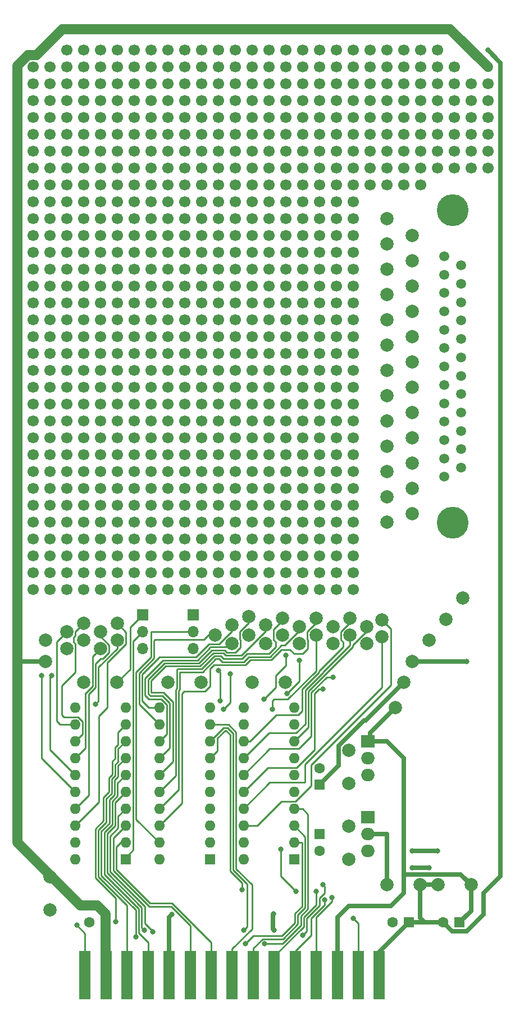
<source format=gbl>
%TF.GenerationSoftware,KiCad,Pcbnew,(6.0.0)*%
%TF.CreationDate,2022-03-13T19:33:12-04:00*%
%TF.ProjectId,Northstar Protoboard,4e6f7274-6873-4746-9172-2050726f746f,rev?*%
%TF.SameCoordinates,Original*%
%TF.FileFunction,Copper,L2,Bot*%
%TF.FilePolarity,Positive*%
%FSLAX46Y46*%
G04 Gerber Fmt 4.6, Leading zero omitted, Abs format (unit mm)*
G04 Created by KiCad (PCBNEW (6.0.0)) date 2022-03-13 19:33:12*
%MOMM*%
%LPD*%
G01*
G04 APERTURE LIST*
%TA.AperFunction,ComponentPad*%
%ADD10C,1.700000*%
%TD*%
%TA.AperFunction,ComponentPad*%
%ADD11C,2.000000*%
%TD*%
%TA.AperFunction,ComponentPad*%
%ADD12R,1.600000X1.600000*%
%TD*%
%TA.AperFunction,ComponentPad*%
%ADD13C,1.600000*%
%TD*%
%TA.AperFunction,ComponentPad*%
%ADD14R,1.700000X1.700000*%
%TD*%
%TA.AperFunction,ComponentPad*%
%ADD15O,1.700000X1.700000*%
%TD*%
%TA.AperFunction,ComponentPad*%
%ADD16R,2.000000X1.905000*%
%TD*%
%TA.AperFunction,ComponentPad*%
%ADD17O,2.000000X1.905000*%
%TD*%
%TA.AperFunction,SMDPad,CuDef*%
%ADD18R,1.700000X7.400000*%
%TD*%
%TA.AperFunction,ComponentPad*%
%ADD19O,1.600000X1.600000*%
%TD*%
%TA.AperFunction,ComponentPad*%
%ADD20C,1.500000*%
%TD*%
%TA.AperFunction,ComponentPad*%
%ADD21C,4.800000*%
%TD*%
%TA.AperFunction,ViaPad*%
%ADD22C,0.800000*%
%TD*%
%TA.AperFunction,Conductor*%
%ADD23C,1.500000*%
%TD*%
%TA.AperFunction,Conductor*%
%ADD24C,0.700000*%
%TD*%
%TA.AperFunction,Conductor*%
%ADD25C,0.250000*%
%TD*%
G04 APERTURE END LIST*
D10*
%TO.P,REF\u002A\u002A,1*%
%TO.N,N/C*%
X76200000Y-35560000D03*
%TD*%
%TO.P,REF\u002A\u002A,1*%
%TO.N,N/C*%
X104140000Y-66040000D03*
%TD*%
%TO.P,REF\u002A\u002A,1*%
%TO.N,N/C*%
X104140000Y-73660000D03*
%TD*%
%TO.P,REF\u002A\u002A,1*%
%TO.N,N/C*%
X73660000Y-81280000D03*
%TD*%
%TO.P,REF\u002A\u002A,1*%
%TO.N,N/C*%
X93980000Y-81280000D03*
%TD*%
%TO.P,REF\u002A\u002A,1*%
%TO.N,N/C*%
X63500000Y-71120000D03*
%TD*%
%TO.P,REF\u002A\u002A,1*%
%TO.N,N/C*%
X96520000Y-78740000D03*
%TD*%
%TO.P,REF\u002A\u002A,1*%
%TO.N,N/C*%
X78740000Y-99060000D03*
%TD*%
%TO.P,REF\u002A\u002A,1*%
%TO.N,N/C*%
X76200000Y-104140000D03*
%TD*%
D11*
%TO.P,J6,1,Pin_1*%
%TO.N,Net-(U3-Pad2)*%
X103632000Y-113538000D03*
%TD*%
%TO.P,J41,1,Pin_1*%
%TO.N,Net-(J40-Pad25)*%
X118110000Y-95250000D03*
%TD*%
D10*
%TO.P,REF\u002A\u002A,1*%
%TO.N,N/C*%
X66040000Y-55880000D03*
%TD*%
D11*
%TO.P,J26,1,Pin_1*%
%TO.N,-9V*%
X123190000Y-111125000D03*
%TD*%
D10*
%TO.P,REF\u002A\u002A,1*%
%TO.N,N/C*%
X106680000Y-58420000D03*
%TD*%
%TO.P,REF\u002A\u002A,1*%
%TO.N,N/C*%
X93980000Y-78740000D03*
%TD*%
%TO.P,REF\u002A\u002A,1*%
%TO.N,N/C*%
X91440000Y-43180000D03*
%TD*%
D11*
%TO.P,J28,1,Pin_1*%
%TO.N,Net-(U5-Pad8)*%
X111252000Y-112268000D03*
%TD*%
D10*
%TO.P,REF\u002A\u002A,1*%
%TO.N,N/C*%
X111760000Y-40640000D03*
%TD*%
%TO.P,REF\u002A\u002A,1*%
%TO.N,N/C*%
X93980000Y-33020000D03*
%TD*%
%TO.P,REF\u002A\u002A,1*%
%TO.N,N/C*%
X104140000Y-93980000D03*
%TD*%
%TO.P,REF\u002A\u002A,1*%
%TO.N,N/C*%
X106680000Y-40640000D03*
%TD*%
%TO.P,REF\u002A\u002A,1*%
%TO.N,N/C*%
X119380000Y-45720000D03*
%TD*%
%TO.P,REF\u002A\u002A,1*%
%TO.N,N/C*%
X88900000Y-43180000D03*
%TD*%
D11*
%TO.P,J45,1,Pin_1*%
%TO.N,Net-(J40-Pad23)*%
X118110000Y-87630000D03*
%TD*%
D10*
%TO.P,REF\u002A\u002A,1*%
%TO.N,N/C*%
X116840000Y-35560000D03*
%TD*%
%TO.P,REF\u002A\u002A,1*%
%TO.N,N/C*%
X104140000Y-45720000D03*
%TD*%
%TO.P,REF\u002A\u002A,1*%
%TO.N,N/C*%
X96520000Y-30480000D03*
%TD*%
D11*
%TO.P,J12,1,Pin_1*%
%TO.N,Net-(U3-Pad6)*%
X93472000Y-113538000D03*
%TD*%
D10*
%TO.P,REF\u002A\u002A,1*%
%TO.N,N/C*%
X66040000Y-60960000D03*
%TD*%
%TO.P,REF\u002A\u002A,1*%
%TO.N,N/C*%
X63500000Y-88900000D03*
%TD*%
%TO.P,REF\u002A\u002A,1*%
%TO.N,N/C*%
X109220000Y-73660000D03*
%TD*%
%TO.P,REF\u002A\u002A,1*%
%TO.N,N/C*%
X86360000Y-50800000D03*
%TD*%
%TO.P,REF\u002A\u002A,1*%
%TO.N,N/C*%
X63500000Y-78740000D03*
%TD*%
%TO.P,REF\u002A\u002A,1*%
%TO.N,N/C*%
X63500000Y-38100000D03*
%TD*%
%TO.P,REF\u002A\u002A,1*%
%TO.N,N/C*%
X111760000Y-33020000D03*
%TD*%
%TO.P,REF\u002A\u002A,1*%
%TO.N,N/C*%
X114300000Y-45720000D03*
%TD*%
%TO.P,REF\u002A\u002A,1*%
%TO.N,N/C*%
X124460000Y-30480000D03*
%TD*%
%TO.P,REF\u002A\u002A,1*%
%TO.N,N/C*%
X83820000Y-27940000D03*
%TD*%
%TO.P,REF\u002A\u002A,1*%
%TO.N,N/C*%
X127000000Y-43180000D03*
%TD*%
%TO.P,REF\u002A\u002A,1*%
%TO.N,N/C*%
X109220000Y-43180000D03*
%TD*%
%TO.P,REF\u002A\u002A,1*%
%TO.N,N/C*%
X76200000Y-58420000D03*
%TD*%
%TO.P,REF\u002A\u002A,1*%
%TO.N,N/C*%
X88900000Y-78740000D03*
%TD*%
%TO.P,REF\u002A\u002A,1*%
%TO.N,N/C*%
X91440000Y-60960000D03*
%TD*%
%TO.P,REF\u002A\u002A,1*%
%TO.N,N/C*%
X104140000Y-43180000D03*
%TD*%
%TO.P,REF\u002A\u002A,1*%
%TO.N,N/C*%
X88900000Y-76200000D03*
%TD*%
%TO.P,REF\u002A\u002A,1*%
%TO.N,N/C*%
X101600000Y-86360000D03*
%TD*%
%TO.P,REF\u002A\u002A,1*%
%TO.N,N/C*%
X60960000Y-76200000D03*
%TD*%
%TO.P,REF\u002A\u002A,1*%
%TO.N,N/C*%
X111760000Y-25400000D03*
%TD*%
%TO.P,REF\u002A\u002A,1*%
%TO.N,N/C*%
X63500000Y-96520000D03*
%TD*%
%TO.P,REF\u002A\u002A,1*%
%TO.N,N/C*%
X73660000Y-96520000D03*
%TD*%
%TO.P,REF\u002A\u002A,1*%
%TO.N,N/C*%
X99060000Y-25400000D03*
%TD*%
%TO.P,REF\u002A\u002A,1*%
%TO.N,N/C*%
X88900000Y-99060000D03*
%TD*%
%TO.P,REF\u002A\u002A,1*%
%TO.N,N/C*%
X60960000Y-88900000D03*
%TD*%
%TO.P,REF\u002A\u002A,1*%
%TO.N,N/C*%
X63500000Y-45720000D03*
%TD*%
%TO.P,REF\u002A\u002A,1*%
%TO.N,N/C*%
X104140000Y-55880000D03*
%TD*%
%TO.P,REF\u002A\u002A,1*%
%TO.N,N/C*%
X76200000Y-63500000D03*
%TD*%
%TO.P,REF\u002A\u002A,1*%
%TO.N,N/C*%
X68580000Y-76200000D03*
%TD*%
%TO.P,REF\u002A\u002A,1*%
%TO.N,N/C*%
X86360000Y-55880000D03*
%TD*%
%TO.P,REF\u002A\u002A,1*%
%TO.N,N/C*%
X106680000Y-76200000D03*
%TD*%
%TO.P,REF\u002A\u002A,1*%
%TO.N,N/C*%
X93980000Y-50800000D03*
%TD*%
D11*
%TO.P,J3,1,Pin_1*%
%TO.N,+5V*%
X62865000Y-117475000D03*
%TD*%
D10*
%TO.P,REF\u002A\u002A,1*%
%TO.N,N/C*%
X109220000Y-71120000D03*
%TD*%
%TO.P,REF\u002A\u002A,1*%
%TO.N,N/C*%
X119380000Y-27940000D03*
%TD*%
%TO.P,REF\u002A\u002A,1*%
%TO.N,N/C*%
X76200000Y-53340000D03*
%TD*%
%TO.P,REF\u002A\u002A,1*%
%TO.N,N/C*%
X76200000Y-48260000D03*
%TD*%
%TO.P,REF\u002A\u002A,1*%
%TO.N,N/C*%
X88900000Y-96520000D03*
%TD*%
%TO.P,REF\u002A\u002A,1*%
%TO.N,N/C*%
X106680000Y-33020000D03*
%TD*%
%TO.P,REF\u002A\u002A,1*%
%TO.N,N/C*%
X66040000Y-101600000D03*
%TD*%
%TO.P,REF\u002A\u002A,1*%
%TO.N,N/C*%
X99060000Y-33020000D03*
%TD*%
%TO.P,REF\u002A\u002A,1*%
%TO.N,N/C*%
X60960000Y-96520000D03*
%TD*%
%TO.P,REF\u002A\u002A,1*%
%TO.N,N/C*%
X96520000Y-101600000D03*
%TD*%
%TO.P,REF\u002A\u002A,1*%
%TO.N,N/C*%
X104140000Y-35560000D03*
%TD*%
%TO.P,REF\u002A\u002A,1*%
%TO.N,N/C*%
X111760000Y-45720000D03*
%TD*%
%TO.P,REF\u002A\u002A,1*%
%TO.N,N/C*%
X60960000Y-71120000D03*
%TD*%
%TO.P,REF\u002A\u002A,1*%
%TO.N,N/C*%
X78740000Y-48260000D03*
%TD*%
%TO.P,REF\u002A\u002A,1*%
%TO.N,N/C*%
X96520000Y-96520000D03*
%TD*%
%TO.P,REF\u002A\u002A,1*%
%TO.N,N/C*%
X68580000Y-83820000D03*
%TD*%
%TO.P,REF\u002A\u002A,1*%
%TO.N,N/C*%
X106680000Y-86360000D03*
%TD*%
%TO.P,REF\u002A\u002A,1*%
%TO.N,N/C*%
X66040000Y-33020000D03*
%TD*%
%TO.P,REF\u002A\u002A,1*%
%TO.N,N/C*%
X119380000Y-30480000D03*
%TD*%
%TO.P,REF\u002A\u002A,1*%
%TO.N,N/C*%
X104140000Y-71120000D03*
%TD*%
%TO.P,REF\u002A\u002A,1*%
%TO.N,N/C*%
X121920000Y-30480000D03*
%TD*%
%TO.P,REF\u002A\u002A,1*%
%TO.N,N/C*%
X71120000Y-58420000D03*
%TD*%
%TO.P,REF\u002A\u002A,1*%
%TO.N,N/C*%
X60960000Y-30480000D03*
%TD*%
%TO.P,REF\u002A\u002A,1*%
%TO.N,N/C*%
X63500000Y-63500000D03*
%TD*%
%TO.P,REF\u002A\u002A,1*%
%TO.N,N/C*%
X93980000Y-43180000D03*
%TD*%
%TO.P,REF\u002A\u002A,1*%
%TO.N,N/C*%
X73660000Y-33020000D03*
%TD*%
%TO.P,REF\u002A\u002A,1*%
%TO.N,N/C*%
X63500000Y-33020000D03*
%TD*%
%TO.P,REF\u002A\u002A,1*%
%TO.N,N/C*%
X83820000Y-55880000D03*
%TD*%
%TO.P,REF\u002A\u002A,1*%
%TO.N,N/C*%
X66040000Y-88900000D03*
%TD*%
%TO.P,REF\u002A\u002A,1*%
%TO.N,N/C*%
X76200000Y-93980000D03*
%TD*%
%TO.P,REF\u002A\u002A,1*%
%TO.N,N/C*%
X101600000Y-91440000D03*
%TD*%
%TO.P,REF\u002A\u002A,1*%
%TO.N,N/C*%
X88900000Y-106680000D03*
%TD*%
%TO.P,REF\u002A\u002A,1*%
%TO.N,N/C*%
X71120000Y-35560000D03*
%TD*%
%TO.P,REF\u002A\u002A,1*%
%TO.N,N/C*%
X101600000Y-48260000D03*
%TD*%
%TO.P,REF\u002A\u002A,1*%
%TO.N,N/C*%
X76200000Y-25400000D03*
%TD*%
%TO.P,REF\u002A\u002A,1*%
%TO.N,N/C*%
X78740000Y-30480000D03*
%TD*%
%TO.P,REF\u002A\u002A,1*%
%TO.N,N/C*%
X121920000Y-38100000D03*
%TD*%
%TO.P,REF\u002A\u002A,1*%
%TO.N,N/C*%
X111760000Y-30480000D03*
%TD*%
%TO.P,REF\u002A\u002A,1*%
%TO.N,N/C*%
X129540000Y-30480000D03*
%TD*%
%TO.P,REF\u002A\u002A,1*%
%TO.N,N/C*%
X93980000Y-25400000D03*
%TD*%
%TO.P,REF\u002A\u002A,1*%
%TO.N,N/C*%
X66040000Y-63500000D03*
%TD*%
%TO.P,REF\u002A\u002A,1*%
%TO.N,N/C*%
X76200000Y-91440000D03*
%TD*%
%TO.P,REF\u002A\u002A,1*%
%TO.N,N/C*%
X71120000Y-45720000D03*
%TD*%
D11*
%TO.P,J58,1,Pin_1*%
%TO.N,Net-(J40-Pad4)*%
X114300000Y-62230000D03*
%TD*%
D10*
%TO.P,REF\u002A\u002A,1*%
%TO.N,N/C*%
X78740000Y-86360000D03*
%TD*%
%TO.P,REF\u002A\u002A,1*%
%TO.N,N/C*%
X81280000Y-78740000D03*
%TD*%
%TO.P,REF\u002A\u002A,1*%
%TO.N,N/C*%
X76200000Y-27940000D03*
%TD*%
%TO.P,REF\u002A\u002A,1*%
%TO.N,N/C*%
X71120000Y-63500000D03*
%TD*%
%TO.P,REF\u002A\u002A,1*%
%TO.N,N/C*%
X88900000Y-60960000D03*
%TD*%
%TO.P,REF\u002A\u002A,1*%
%TO.N,N/C*%
X116840000Y-43180000D03*
%TD*%
%TO.P,REF\u002A\u002A,1*%
%TO.N,N/C*%
X99060000Y-73660000D03*
%TD*%
%TO.P,REF\u002A\u002A,1*%
%TO.N,N/C*%
X114300000Y-38100000D03*
%TD*%
%TO.P,REF\u002A\u002A,1*%
%TO.N,N/C*%
X86360000Y-35560000D03*
%TD*%
%TO.P,REF\u002A\u002A,1*%
%TO.N,N/C*%
X104140000Y-83820000D03*
%TD*%
%TO.P,REF\u002A\u002A,1*%
%TO.N,N/C*%
X127000000Y-38100000D03*
%TD*%
%TO.P,REF\u002A\u002A,1*%
%TO.N,N/C*%
X121920000Y-27940000D03*
%TD*%
%TO.P,REF\u002A\u002A,1*%
%TO.N,N/C*%
X91440000Y-91440000D03*
%TD*%
%TO.P,REF\u002A\u002A,1*%
%TO.N,N/C*%
X68580000Y-30480000D03*
%TD*%
%TO.P,REF\u002A\u002A,1*%
%TO.N,N/C*%
X93980000Y-27940000D03*
%TD*%
%TO.P,REF\u002A\u002A,1*%
%TO.N,N/C*%
X106680000Y-30480000D03*
%TD*%
%TO.P,REF\u002A\u002A,1*%
%TO.N,N/C*%
X101600000Y-35560000D03*
%TD*%
%TO.P,REF\u002A\u002A,1*%
%TO.N,N/C*%
X88900000Y-40640000D03*
%TD*%
%TO.P,REF\u002A\u002A,1*%
%TO.N,N/C*%
X86360000Y-27940000D03*
%TD*%
%TO.P,REF\u002A\u002A,1*%
%TO.N,N/C*%
X104140000Y-27940000D03*
%TD*%
%TO.P,REF\u002A\u002A,1*%
%TO.N,N/C*%
X106680000Y-81280000D03*
%TD*%
%TO.P,REF\u002A\u002A,1*%
%TO.N,N/C*%
X68580000Y-66040000D03*
%TD*%
%TO.P,REF\u002A\u002A,1*%
%TO.N,N/C*%
X83820000Y-25400000D03*
%TD*%
%TO.P,REF\u002A\u002A,1*%
%TO.N,N/C*%
X104140000Y-106680000D03*
%TD*%
%TO.P,REF\u002A\u002A,1*%
%TO.N,N/C*%
X63500000Y-68580000D03*
%TD*%
%TO.P,REF\u002A\u002A,1*%
%TO.N,N/C*%
X71120000Y-76200000D03*
%TD*%
%TO.P,REF\u002A\u002A,1*%
%TO.N,N/C*%
X109220000Y-86360000D03*
%TD*%
%TO.P,REF\u002A\u002A,1*%
%TO.N,N/C*%
X106680000Y-78740000D03*
%TD*%
%TO.P,REF\u002A\u002A,1*%
%TO.N,N/C*%
X60960000Y-50800000D03*
%TD*%
%TO.P,REF\u002A\u002A,1*%
%TO.N,N/C*%
X81280000Y-71120000D03*
%TD*%
%TO.P,REF\u002A\u002A,1*%
%TO.N,N/C*%
X88900000Y-30480000D03*
%TD*%
%TO.P,REF\u002A\u002A,1*%
%TO.N,N/C*%
X91440000Y-66040000D03*
%TD*%
%TO.P,REF\u002A\u002A,1*%
%TO.N,N/C*%
X96520000Y-35560000D03*
%TD*%
%TO.P,REF\u002A\u002A,1*%
%TO.N,N/C*%
X91440000Y-83820000D03*
%TD*%
%TO.P,REF\u002A\u002A,1*%
%TO.N,N/C*%
X101600000Y-45720000D03*
%TD*%
%TO.P,REF\u002A\u002A,1*%
%TO.N,N/C*%
X86360000Y-45720000D03*
%TD*%
%TO.P,REF\u002A\u002A,1*%
%TO.N,N/C*%
X83820000Y-63500000D03*
%TD*%
%TO.P,REF\u002A\u002A,1*%
%TO.N,N/C*%
X101600000Y-38100000D03*
%TD*%
%TO.P,REF\u002A\u002A,1*%
%TO.N,N/C*%
X81280000Y-58420000D03*
%TD*%
%TO.P,REF\u002A\u002A,1*%
%TO.N,N/C*%
X109220000Y-58420000D03*
%TD*%
%TO.P,REF\u002A\u002A,1*%
%TO.N,N/C*%
X104140000Y-50800000D03*
%TD*%
%TO.P,REF\u002A\u002A,1*%
%TO.N,N/C*%
X101600000Y-66040000D03*
%TD*%
%TO.P,REF\u002A\u002A,1*%
%TO.N,N/C*%
X81280000Y-33020000D03*
%TD*%
%TO.P,REF\u002A\u002A,1*%
%TO.N,N/C*%
X76200000Y-106680000D03*
%TD*%
%TO.P,REF\u002A\u002A,1*%
%TO.N,N/C*%
X78740000Y-50800000D03*
%TD*%
%TO.P,REF\u002A\u002A,1*%
%TO.N,N/C*%
X78740000Y-76200000D03*
%TD*%
%TO.P,REF\u002A\u002A,1*%
%TO.N,N/C*%
X78740000Y-38100000D03*
%TD*%
%TO.P,REF\u002A\u002A,1*%
%TO.N,N/C*%
X106680000Y-45720000D03*
%TD*%
%TO.P,REF\u002A\u002A,1*%
%TO.N,N/C*%
X86360000Y-66040000D03*
%TD*%
%TO.P,REF\u002A\u002A,1*%
%TO.N,N/C*%
X83820000Y-40640000D03*
%TD*%
D11*
%TO.P,J37,1,Pin_1*%
%TO.N,Net-(U5-Pad13)*%
X108712000Y-110998000D03*
%TD*%
D10*
%TO.P,REF\u002A\u002A,1*%
%TO.N,N/C*%
X88900000Y-104140000D03*
%TD*%
%TO.P,REF\u002A\u002A,1*%
%TO.N,N/C*%
X99060000Y-45720000D03*
%TD*%
%TO.P,REF\u002A\u002A,1*%
%TO.N,N/C*%
X127000000Y-40640000D03*
%TD*%
%TO.P,REF\u002A\u002A,1*%
%TO.N,N/C*%
X68580000Y-48260000D03*
%TD*%
%TO.P,REF\u002A\u002A,1*%
%TO.N,N/C*%
X83820000Y-81280000D03*
%TD*%
%TO.P,REF\u002A\u002A,1*%
%TO.N,N/C*%
X78740000Y-106680000D03*
%TD*%
%TO.P,REF\u002A\u002A,1*%
%TO.N,N/C*%
X101600000Y-60960000D03*
%TD*%
%TO.P,REF\u002A\u002A,1*%
%TO.N,N/C*%
X66040000Y-73660000D03*
%TD*%
%TO.P,REF\u002A\u002A,1*%
%TO.N,N/C*%
X83820000Y-48260000D03*
%TD*%
%TO.P,REF\u002A\u002A,1*%
%TO.N,N/C*%
X86360000Y-76200000D03*
%TD*%
%TO.P,REF\u002A\u002A,1*%
%TO.N,N/C*%
X114300000Y-35560000D03*
%TD*%
D11*
%TO.P,J52,1,Pin_1*%
%TO.N,Net-(J40-Pad7)*%
X114300000Y-73660000D03*
%TD*%
D12*
%TO.P,C8,1*%
%TO.N,GND*%
X104140000Y-143510000D03*
D13*
%TO.P,C8,2*%
%TO.N,-9V*%
X104140000Y-146010000D03*
%TD*%
D10*
%TO.P,REF\u002A\u002A,1*%
%TO.N,N/C*%
X93980000Y-55880000D03*
%TD*%
%TO.P,REF\u002A\u002A,1*%
%TO.N,N/C*%
X66040000Y-104140000D03*
%TD*%
D11*
%TO.P,J29,1,Pin_1*%
%TO.N,Net-(U3-Pad17)*%
X101130002Y-112268000D03*
%TD*%
D10*
%TO.P,REF\u002A\u002A,1*%
%TO.N,N/C*%
X68580000Y-71120000D03*
%TD*%
D11*
%TO.P,C5,1*%
%TO.N,+12V*%
X127000000Y-151130000D03*
%TO.P,C5,2*%
%TO.N,GND*%
X122000000Y-151130000D03*
%TD*%
D10*
%TO.P,REF\u002A\u002A,1*%
%TO.N,N/C*%
X83820000Y-58420000D03*
%TD*%
%TO.P,REF\u002A\u002A,1*%
%TO.N,N/C*%
X86360000Y-63500000D03*
%TD*%
%TO.P,REF\u002A\u002A,1*%
%TO.N,N/C*%
X96520000Y-86360000D03*
%TD*%
D11*
%TO.P,C13,1*%
%TO.N,+5V*%
X94020000Y-120650000D03*
%TO.P,C13,2*%
%TO.N,GND*%
X99020000Y-120650000D03*
%TD*%
D10*
%TO.P,REF\u002A\u002A,1*%
%TO.N,N/C*%
X78740000Y-81280000D03*
%TD*%
%TO.P,REF\u002A\u002A,1*%
%TO.N,N/C*%
X124460000Y-40640000D03*
%TD*%
%TO.P,REF\u002A\u002A,1*%
%TO.N,N/C*%
X129540000Y-35560000D03*
%TD*%
%TO.P,REF\u002A\u002A,1*%
%TO.N,N/C*%
X104140000Y-63500000D03*
%TD*%
%TO.P,REF\u002A\u002A,1*%
%TO.N,N/C*%
X91440000Y-78740000D03*
%TD*%
%TO.P,REF\u002A\u002A,1*%
%TO.N,N/C*%
X73660000Y-38100000D03*
%TD*%
%TO.P,REF\u002A\u002A,1*%
%TO.N,N/C*%
X99060000Y-53340000D03*
%TD*%
D11*
%TO.P,J4,1,Pin_1*%
%TO.N,GND*%
X120650000Y-114300000D03*
%TD*%
D10*
%TO.P,REF\u002A\u002A,1*%
%TO.N,N/C*%
X63500000Y-53340000D03*
%TD*%
%TO.P,REF\u002A\u002A,1*%
%TO.N,N/C*%
X116840000Y-33020000D03*
%TD*%
%TO.P,REF\u002A\u002A,1*%
%TO.N,N/C*%
X101600000Y-96520000D03*
%TD*%
%TO.P,REF\u002A\u002A,1*%
%TO.N,N/C*%
X86360000Y-58420000D03*
%TD*%
%TO.P,REF\u002A\u002A,1*%
%TO.N,N/C*%
X86360000Y-60960000D03*
%TD*%
%TO.P,REF\u002A\u002A,1*%
%TO.N,N/C*%
X66040000Y-99060000D03*
%TD*%
D11*
%TO.P,J25,1,Pin_1*%
%TO.N,+9V*%
X116840000Y-120650000D03*
%TD*%
D10*
%TO.P,REF\u002A\u002A,1*%
%TO.N,N/C*%
X86360000Y-101600000D03*
%TD*%
%TO.P,REF\u002A\u002A,1*%
%TO.N,N/C*%
X68580000Y-35560000D03*
%TD*%
%TO.P,REF\u002A\u002A,1*%
%TO.N,N/C*%
X96520000Y-48260000D03*
%TD*%
%TO.P,REF\u002A\u002A,1*%
%TO.N,N/C*%
X109220000Y-66040000D03*
%TD*%
%TO.P,REF\u002A\u002A,1*%
%TO.N,N/C*%
X68580000Y-88900000D03*
%TD*%
%TO.P,REF\u002A\u002A,1*%
%TO.N,N/C*%
X93980000Y-40640000D03*
%TD*%
%TO.P,REF\u002A\u002A,1*%
%TO.N,N/C*%
X91440000Y-63500000D03*
%TD*%
%TO.P,REF\u002A\u002A,1*%
%TO.N,N/C*%
X93980000Y-60960000D03*
%TD*%
%TO.P,REF\u002A\u002A,1*%
%TO.N,N/C*%
X91440000Y-27940000D03*
%TD*%
%TO.P,REF\u002A\u002A,1*%
%TO.N,N/C*%
X101600000Y-71120000D03*
%TD*%
%TO.P,REF\u002A\u002A,1*%
%TO.N,N/C*%
X71120000Y-27940000D03*
%TD*%
%TO.P,REF\u002A\u002A,1*%
%TO.N,N/C*%
X106680000Y-50800000D03*
%TD*%
%TO.P,REF\u002A\u002A,1*%
%TO.N,N/C*%
X71120000Y-68580000D03*
%TD*%
%TO.P,REF\u002A\u002A,1*%
%TO.N,N/C*%
X101600000Y-106680000D03*
%TD*%
%TO.P,REF\u002A\u002A,1*%
%TO.N,N/C*%
X93980000Y-83820000D03*
%TD*%
%TO.P,REF\u002A\u002A,1*%
%TO.N,N/C*%
X106680000Y-27940000D03*
%TD*%
D14*
%TO.P,J27,1,Pin_1*%
%TO.N,GND*%
X77470000Y-110490000D03*
D15*
%TO.P,J27,2,Pin_2*%
%TO.N,Net-(J27-Pad2)*%
X77470000Y-113030000D03*
%TO.P,J27,3,Pin_3*%
%TO.N,+5V*%
X77470000Y-115570000D03*
%TD*%
D10*
%TO.P,REF\u002A\u002A,1*%
%TO.N,N/C*%
X93980000Y-101600000D03*
%TD*%
%TO.P,REF\u002A\u002A,1*%
%TO.N,N/C*%
X91440000Y-38100000D03*
%TD*%
%TO.P,REF\u002A\u002A,1*%
%TO.N,N/C*%
X96520000Y-76200000D03*
%TD*%
D11*
%TO.P,J35,1,Pin_1*%
%TO.N,Net-(U5-Pad15)*%
X106172000Y-114808000D03*
%TD*%
D10*
%TO.P,REF\u002A\u002A,1*%
%TO.N,N/C*%
X73660000Y-30480000D03*
%TD*%
%TO.P,REF\u002A\u002A,1*%
%TO.N,N/C*%
X109220000Y-25400000D03*
%TD*%
%TO.P,REF\u002A\u002A,1*%
%TO.N,N/C*%
X109220000Y-63500000D03*
%TD*%
%TO.P,REF\u002A\u002A,1*%
%TO.N,N/C*%
X66040000Y-50800000D03*
%TD*%
%TO.P,REF\u002A\u002A,1*%
%TO.N,N/C*%
X109220000Y-38100000D03*
%TD*%
%TO.P,REF\u002A\u002A,1*%
%TO.N,N/C*%
X78740000Y-78740000D03*
%TD*%
%TO.P,REF\u002A\u002A,1*%
%TO.N,N/C*%
X60960000Y-60960000D03*
%TD*%
D11*
%TO.P,J47,1,Pin_1*%
%TO.N,Net-(J40-Pad22)*%
X118110000Y-83820000D03*
%TD*%
D10*
%TO.P,REF\u002A\u002A,1*%
%TO.N,N/C*%
X96520000Y-88900000D03*
%TD*%
%TO.P,REF\u002A\u002A,1*%
%TO.N,N/C*%
X101600000Y-104140000D03*
%TD*%
%TO.P,REF\u002A\u002A,1*%
%TO.N,N/C*%
X71120000Y-50800000D03*
%TD*%
%TO.P,REF\u002A\u002A,1*%
%TO.N,N/C*%
X78740000Y-33020000D03*
%TD*%
%TO.P,REF\u002A\u002A,1*%
%TO.N,N/C*%
X116840000Y-25400000D03*
%TD*%
%TO.P,REF\u002A\u002A,1*%
%TO.N,N/C*%
X109220000Y-93980000D03*
%TD*%
%TO.P,REF\u002A\u002A,1*%
%TO.N,N/C*%
X78740000Y-58420000D03*
%TD*%
%TO.P,REF\u002A\u002A,1*%
%TO.N,N/C*%
X71120000Y-93980000D03*
%TD*%
%TO.P,REF\u002A\u002A,1*%
%TO.N,N/C*%
X83820000Y-91440000D03*
%TD*%
%TO.P,REF\u002A\u002A,1*%
%TO.N,N/C*%
X60960000Y-83820000D03*
%TD*%
%TO.P,REF\u002A\u002A,1*%
%TO.N,N/C*%
X106680000Y-91440000D03*
%TD*%
%TO.P,REF\u002A\u002A,1*%
%TO.N,N/C*%
X76200000Y-66040000D03*
%TD*%
%TO.P,REF\u002A\u002A,1*%
%TO.N,N/C*%
X73660000Y-53340000D03*
%TD*%
D11*
%TO.P,C4,1*%
%TO.N,+5V*%
X63500000Y-149900000D03*
%TO.P,C4,2*%
%TO.N,GND*%
X63500000Y-154900000D03*
%TD*%
D12*
%TO.P,C2,1*%
%TO.N,+12V*%
X125262000Y-156796000D03*
D13*
%TO.P,C2,2*%
%TO.N,GND*%
X122762000Y-156796000D03*
%TD*%
D10*
%TO.P,REF\u002A\u002A,1*%
%TO.N,N/C*%
X60960000Y-33020000D03*
%TD*%
%TO.P,REF\u002A\u002A,1*%
%TO.N,N/C*%
X68580000Y-40640000D03*
%TD*%
%TO.P,REF\u002A\u002A,1*%
%TO.N,N/C*%
X66040000Y-106680000D03*
%TD*%
%TO.P,REF\u002A\u002A,1*%
%TO.N,N/C*%
X86360000Y-43180000D03*
%TD*%
%TO.P,REF\u002A\u002A,1*%
%TO.N,N/C*%
X71120000Y-55880000D03*
%TD*%
%TO.P,REF\u002A\u002A,1*%
%TO.N,N/C*%
X101600000Y-27940000D03*
%TD*%
D11*
%TO.P,J39,1,Pin_1*%
%TO.N,Net-(J40-Pad13)*%
X114300000Y-96520000D03*
%TD*%
D10*
%TO.P,REF\u002A\u002A,1*%
%TO.N,N/C*%
X106680000Y-63500000D03*
%TD*%
D11*
%TO.P,J55,1,Pin_1*%
%TO.N,Net-(J40-Pad18)*%
X118110000Y-68580000D03*
%TD*%
%TO.P,J2,1,Pin_1*%
%TO.N,+12V*%
X115570000Y-124460000D03*
%TD*%
%TO.P,J56,1,Pin_1*%
%TO.N,Net-(J40-Pad5)*%
X114300000Y-66040000D03*
%TD*%
D10*
%TO.P,REF\u002A\u002A,1*%
%TO.N,N/C*%
X71120000Y-25400000D03*
%TD*%
%TO.P,REF\u002A\u002A,1*%
%TO.N,N/C*%
X99060000Y-27940000D03*
%TD*%
%TO.P,REF\u002A\u002A,1*%
%TO.N,N/C*%
X76200000Y-101600000D03*
%TD*%
%TO.P,REF\u002A\u002A,1*%
%TO.N,N/C*%
X91440000Y-73660000D03*
%TD*%
%TO.P,REF\u002A\u002A,1*%
%TO.N,N/C*%
X81280000Y-81280000D03*
%TD*%
%TO.P,REF\u002A\u002A,1*%
%TO.N,N/C*%
X63500000Y-76200000D03*
%TD*%
%TO.P,REF\u002A\u002A,1*%
%TO.N,N/C*%
X101600000Y-78740000D03*
%TD*%
%TO.P,REF\u002A\u002A,1*%
%TO.N,N/C*%
X96520000Y-25400000D03*
%TD*%
%TO.P,REF\u002A\u002A,1*%
%TO.N,N/C*%
X71120000Y-81280000D03*
%TD*%
%TO.P,REF\u002A\u002A,1*%
%TO.N,N/C*%
X104140000Y-88900000D03*
%TD*%
%TO.P,REF\u002A\u002A,1*%
%TO.N,N/C*%
X109220000Y-27940000D03*
%TD*%
%TO.P,REF\u002A\u002A,1*%
%TO.N,N/C*%
X88900000Y-68580000D03*
%TD*%
%TO.P,REF\u002A\u002A,1*%
%TO.N,N/C*%
X93980000Y-66040000D03*
%TD*%
%TO.P,REF\u002A\u002A,1*%
%TO.N,N/C*%
X127000000Y-33020000D03*
%TD*%
%TO.P,REF\u002A\u002A,1*%
%TO.N,N/C*%
X109220000Y-68580000D03*
%TD*%
%TO.P,REF\u002A\u002A,1*%
%TO.N,N/C*%
X119380000Y-38100000D03*
%TD*%
D11*
%TO.P,J30,1,Pin_1*%
%TO.N,Net-(U3-Pad15)*%
X96012000Y-112014000D03*
%TD*%
D10*
%TO.P,REF\u002A\u002A,1*%
%TO.N,N/C*%
X124460000Y-27940000D03*
%TD*%
%TO.P,REF\u002A\u002A,1*%
%TO.N,N/C*%
X104140000Y-30480000D03*
%TD*%
%TO.P,REF\u002A\u002A,1*%
%TO.N,N/C*%
X66040000Y-40640000D03*
%TD*%
%TO.P,REF\u002A\u002A,1*%
%TO.N,N/C*%
X68580000Y-101600000D03*
%TD*%
%TO.P,REF\u002A\u002A,1*%
%TO.N,N/C*%
X114300000Y-30480000D03*
%TD*%
%TO.P,REF\u002A\u002A,1*%
%TO.N,N/C*%
X86360000Y-40640000D03*
%TD*%
%TO.P,REF\u002A\u002A,1*%
%TO.N,N/C*%
X109220000Y-45720000D03*
%TD*%
%TO.P,REF\u002A\u002A,1*%
%TO.N,N/C*%
X71120000Y-33020000D03*
%TD*%
%TO.P,REF\u002A\u002A,1*%
%TO.N,N/C*%
X68580000Y-73660000D03*
%TD*%
%TO.P,REF\u002A\u002A,1*%
%TO.N,N/C*%
X81280000Y-50800000D03*
%TD*%
%TO.P,REF\u002A\u002A,1*%
%TO.N,N/C*%
X66040000Y-68580000D03*
%TD*%
%TO.P,REF\u002A\u002A,1*%
%TO.N,N/C*%
X96520000Y-60960000D03*
%TD*%
%TO.P,REF\u002A\u002A,1*%
%TO.N,N/C*%
X73660000Y-45720000D03*
%TD*%
%TO.P,REF\u002A\u002A,1*%
%TO.N,N/C*%
X78740000Y-68580000D03*
%TD*%
D11*
%TO.P,C6,1*%
%TO.N,-12V*%
X114300000Y-151130000D03*
%TO.P,C6,2*%
%TO.N,GND*%
X119300000Y-151130000D03*
%TD*%
D10*
%TO.P,REF\u002A\u002A,1*%
%TO.N,N/C*%
X91440000Y-25400000D03*
%TD*%
%TO.P,REF\u002A\u002A,1*%
%TO.N,N/C*%
X83820000Y-35560000D03*
%TD*%
%TO.P,REF\u002A\u002A,1*%
%TO.N,N/C*%
X73660000Y-58420000D03*
%TD*%
%TO.P,REF\u002A\u002A,1*%
%TO.N,N/C*%
X71120000Y-43180000D03*
%TD*%
D11*
%TO.P,J9,1,Pin_1*%
%TO.N,Net-(U5-Pad17)*%
X113576002Y-113792000D03*
%TD*%
D10*
%TO.P,REF\u002A\u002A,1*%
%TO.N,N/C*%
X124460000Y-35560000D03*
%TD*%
%TO.P,REF\u002A\u002A,1*%
%TO.N,N/C*%
X68580000Y-99060000D03*
%TD*%
%TO.P,REF\u002A\u002A,1*%
%TO.N,N/C*%
X129540000Y-43180000D03*
%TD*%
%TO.P,REF\u002A\u002A,1*%
%TO.N,N/C*%
X63500000Y-40640000D03*
%TD*%
%TO.P,REF\u002A\u002A,1*%
%TO.N,N/C*%
X91440000Y-71120000D03*
%TD*%
%TO.P,REF\u002A\u002A,1*%
%TO.N,N/C*%
X60960000Y-45720000D03*
%TD*%
%TO.P,REF\u002A\u002A,1*%
%TO.N,N/C*%
X83820000Y-43180000D03*
%TD*%
%TO.P,REF\u002A\u002A,1*%
%TO.N,N/C*%
X91440000Y-33020000D03*
%TD*%
%TO.P,REF\u002A\u002A,1*%
%TO.N,N/C*%
X96520000Y-66040000D03*
%TD*%
%TO.P,REF\u002A\u002A,1*%
%TO.N,N/C*%
X71120000Y-78740000D03*
%TD*%
%TO.P,REF\u002A\u002A,1*%
%TO.N,N/C*%
X86360000Y-53340000D03*
%TD*%
%TO.P,REF\u002A\u002A,1*%
%TO.N,N/C*%
X81280000Y-76200000D03*
%TD*%
%TO.P,REF\u002A\u002A,1*%
%TO.N,N/C*%
X101600000Y-101600000D03*
%TD*%
%TO.P,REF\u002A\u002A,1*%
%TO.N,N/C*%
X73660000Y-40640000D03*
%TD*%
%TO.P,REF\u002A\u002A,1*%
%TO.N,N/C*%
X63500000Y-99060000D03*
%TD*%
%TO.P,REF\u002A\u002A,1*%
%TO.N,N/C*%
X104140000Y-91440000D03*
%TD*%
%TO.P,REF\u002A\u002A,1*%
%TO.N,N/C*%
X81280000Y-53340000D03*
%TD*%
D11*
%TO.P,J21,1,Pin_1*%
%TO.N,Net-(U4-Pad14)*%
X71120000Y-115570000D03*
%TD*%
D10*
%TO.P,REF\u002A\u002A,1*%
%TO.N,N/C*%
X93980000Y-48260000D03*
%TD*%
D12*
%TO.P,C1,1*%
%TO.N,GND*%
X117642000Y-156796000D03*
D13*
%TO.P,C1,2*%
%TO.N,-12V*%
X115142000Y-156796000D03*
%TD*%
D10*
%TO.P,REF\u002A\u002A,1*%
%TO.N,N/C*%
X66040000Y-27940000D03*
%TD*%
D11*
%TO.P,J63,1,Pin_1*%
%TO.N,Net-(J40-Pad14)*%
X118110000Y-53340000D03*
%TD*%
D10*
%TO.P,REF\u002A\u002A,1*%
%TO.N,N/C*%
X60960000Y-66040000D03*
%TD*%
%TO.P,REF\u002A\u002A,1*%
%TO.N,N/C*%
X91440000Y-45720000D03*
%TD*%
D16*
%TO.P,U1,1,GND*%
%TO.N,GND*%
X111420000Y-140970000D03*
D17*
%TO.P,U1,2,VI*%
%TO.N,-12V*%
X111420000Y-143510000D03*
%TO.P,U1,3,VO*%
%TO.N,-9V*%
X111420000Y-146050000D03*
%TD*%
D10*
%TO.P,REF\u002A\u002A,1*%
%TO.N,N/C*%
X63500000Y-83820000D03*
%TD*%
%TO.P,REF\u002A\u002A,1*%
%TO.N,N/C*%
X96520000Y-55880000D03*
%TD*%
%TO.P,REF\u002A\u002A,1*%
%TO.N,N/C*%
X93980000Y-91440000D03*
%TD*%
%TO.P,REF\u002A\u002A,1*%
%TO.N,N/C*%
X101600000Y-40640000D03*
%TD*%
%TO.P,REF\u002A\u002A,1*%
%TO.N,N/C*%
X63500000Y-104140000D03*
%TD*%
%TO.P,REF\u002A\u002A,1*%
%TO.N,N/C*%
X71120000Y-30480000D03*
%TD*%
%TO.P,REF\u002A\u002A,1*%
%TO.N,N/C*%
X88900000Y-101600000D03*
%TD*%
%TO.P,REF\u002A\u002A,1*%
%TO.N,N/C*%
X106680000Y-38100000D03*
%TD*%
%TO.P,REF\u002A\u002A,1*%
%TO.N,N/C*%
X73660000Y-99060000D03*
%TD*%
D11*
%TO.P,J57,1,Pin_1*%
%TO.N,Net-(J40-Pad17)*%
X118110000Y-64770000D03*
%TD*%
D10*
%TO.P,REF\u002A\u002A,1*%
%TO.N,N/C*%
X81280000Y-83820000D03*
%TD*%
%TO.P,REF\u002A\u002A,1*%
%TO.N,N/C*%
X109220000Y-88900000D03*
%TD*%
%TO.P,REF\u002A\u002A,1*%
%TO.N,N/C*%
X93980000Y-63500000D03*
%TD*%
%TO.P,REF\u002A\u002A,1*%
%TO.N,N/C*%
X66040000Y-45720000D03*
%TD*%
%TO.P,REF\u002A\u002A,1*%
%TO.N,N/C*%
X106680000Y-101600000D03*
%TD*%
%TO.P,REF\u002A\u002A,1*%
%TO.N,N/C*%
X81280000Y-55880000D03*
%TD*%
%TO.P,REF\u002A\u002A,1*%
%TO.N,N/C*%
X96520000Y-68580000D03*
%TD*%
%TO.P,REF\u002A\u002A,1*%
%TO.N,N/C*%
X88900000Y-63500000D03*
%TD*%
%TO.P,REF\u002A\u002A,1*%
%TO.N,N/C*%
X73660000Y-86360000D03*
%TD*%
D11*
%TO.P,J66,1,Pin_1*%
%TO.N,+5V*%
X118110000Y-117475000D03*
%TD*%
D10*
%TO.P,REF\u002A\u002A,1*%
%TO.N,N/C*%
X81280000Y-38100000D03*
%TD*%
%TO.P,REF\u002A\u002A,1*%
%TO.N,N/C*%
X68580000Y-106680000D03*
%TD*%
%TO.P,REF\u002A\u002A,1*%
%TO.N,N/C*%
X93980000Y-73660000D03*
%TD*%
%TO.P,REF\u002A\u002A,1*%
%TO.N,N/C*%
X119380000Y-33020000D03*
%TD*%
%TO.P,REF\u002A\u002A,1*%
%TO.N,N/C*%
X104140000Y-104140000D03*
%TD*%
%TO.P,REF\u002A\u002A,1*%
%TO.N,N/C*%
X109220000Y-60960000D03*
%TD*%
%TO.P,REF\u002A\u002A,1*%
%TO.N,N/C*%
X99060000Y-78740000D03*
%TD*%
%TO.P,REF\u002A\u002A,1*%
%TO.N,N/C*%
X121920000Y-35560000D03*
%TD*%
%TO.P,REF\u002A\u002A,1*%
%TO.N,N/C*%
X104140000Y-101600000D03*
%TD*%
%TO.P,REF\u002A\u002A,1*%
%TO.N,N/C*%
X73660000Y-106680000D03*
%TD*%
%TO.P,REF\u002A\u002A,1*%
%TO.N,N/C*%
X83820000Y-83820000D03*
%TD*%
%TO.P,REF\u002A\u002A,1*%
%TO.N,N/C*%
X91440000Y-30480000D03*
%TD*%
%TO.P,REF\u002A\u002A,1*%
%TO.N,N/C*%
X96520000Y-81280000D03*
%TD*%
%TO.P,REF\u002A\u002A,1*%
%TO.N,N/C*%
X63500000Y-43180000D03*
%TD*%
%TO.P,REF\u002A\u002A,1*%
%TO.N,N/C*%
X109220000Y-55880000D03*
%TD*%
%TO.P,REF\u002A\u002A,1*%
%TO.N,N/C*%
X68580000Y-53340000D03*
%TD*%
%TO.P,REF\u002A\u002A,1*%
%TO.N,N/C*%
X93980000Y-76200000D03*
%TD*%
%TO.P,REF\u002A\u002A,1*%
%TO.N,N/C*%
X88900000Y-81280000D03*
%TD*%
%TO.P,REF\u002A\u002A,1*%
%TO.N,N/C*%
X93980000Y-88900000D03*
%TD*%
%TO.P,REF\u002A\u002A,1*%
%TO.N,N/C*%
X66040000Y-35560000D03*
%TD*%
%TO.P,REF\u002A\u002A,1*%
%TO.N,N/C*%
X104140000Y-33020000D03*
%TD*%
%TO.P,REF\u002A\u002A,1*%
%TO.N,N/C*%
X104140000Y-60960000D03*
%TD*%
%TO.P,REF\u002A\u002A,1*%
%TO.N,N/C*%
X109220000Y-81280000D03*
%TD*%
%TO.P,REF\u002A\u002A,1*%
%TO.N,N/C*%
X63500000Y-60960000D03*
%TD*%
%TO.P,REF\u002A\u002A,1*%
%TO.N,N/C*%
X73660000Y-48260000D03*
%TD*%
%TO.P,REF\u002A\u002A,1*%
%TO.N,N/C*%
X99060000Y-60960000D03*
%TD*%
%TO.P,REF\u002A\u002A,1*%
%TO.N,N/C*%
X104140000Y-96520000D03*
%TD*%
%TO.P,REF\u002A\u002A,1*%
%TO.N,N/C*%
X109220000Y-30480000D03*
%TD*%
%TO.P,REF\u002A\u002A,1*%
%TO.N,N/C*%
X66040000Y-96520000D03*
%TD*%
%TO.P,REF\u002A\u002A,1*%
%TO.N,N/C*%
X81280000Y-88900000D03*
%TD*%
%TO.P,REF\u002A\u002A,1*%
%TO.N,N/C*%
X106680000Y-25400000D03*
%TD*%
%TO.P,REF\u002A\u002A,1*%
%TO.N,N/C*%
X71120000Y-60960000D03*
%TD*%
D11*
%TO.P,J65,1,Pin_1*%
%TO.N,GND*%
X62865000Y-114300000D03*
%TD*%
D10*
%TO.P,REF\u002A\u002A,1*%
%TO.N,N/C*%
X99060000Y-93980000D03*
%TD*%
%TO.P,REF\u002A\u002A,1*%
%TO.N,N/C*%
X93980000Y-99060000D03*
%TD*%
%TO.P,REF\u002A\u002A,1*%
%TO.N,N/C*%
X73660000Y-63500000D03*
%TD*%
%TO.P,REF\u002A\u002A,1*%
%TO.N,N/C*%
X81280000Y-104140000D03*
%TD*%
%TO.P,REF\u002A\u002A,1*%
%TO.N,N/C*%
X99060000Y-71120000D03*
%TD*%
%TO.P,REF\u002A\u002A,1*%
%TO.N,N/C*%
X81280000Y-99060000D03*
%TD*%
%TO.P,REF\u002A\u002A,1*%
%TO.N,N/C*%
X106680000Y-43180000D03*
%TD*%
%TO.P,REF\u002A\u002A,1*%
%TO.N,N/C*%
X99060000Y-40640000D03*
%TD*%
%TO.P,REF\u002A\u002A,1*%
%TO.N,N/C*%
X101600000Y-55880000D03*
%TD*%
%TO.P,REF\u002A\u002A,1*%
%TO.N,N/C*%
X68580000Y-68580000D03*
%TD*%
%TO.P,REF\u002A\u002A,1*%
%TO.N,N/C*%
X99060000Y-58420000D03*
%TD*%
%TO.P,REF\u002A\u002A,1*%
%TO.N,N/C*%
X104140000Y-38100000D03*
%TD*%
%TO.P,REF\u002A\u002A,1*%
%TO.N,N/C*%
X86360000Y-93980000D03*
%TD*%
%TO.P,REF\u002A\u002A,1*%
%TO.N,N/C*%
X96520000Y-45720000D03*
%TD*%
%TO.P,REF\u002A\u002A,1*%
%TO.N,N/C*%
X88900000Y-73660000D03*
%TD*%
%TO.P,REF\u002A\u002A,1*%
%TO.N,N/C*%
X68580000Y-58420000D03*
%TD*%
%TO.P,REF\u002A\u002A,1*%
%TO.N,N/C*%
X93980000Y-86360000D03*
%TD*%
%TO.P,REF\u002A\u002A,1*%
%TO.N,N/C*%
X63500000Y-35560000D03*
%TD*%
%TO.P,REF\u002A\u002A,1*%
%TO.N,N/C*%
X86360000Y-30480000D03*
%TD*%
%TO.P,REF\u002A\u002A,1*%
%TO.N,N/C*%
X104140000Y-76200000D03*
%TD*%
D11*
%TO.P,J13,1,Pin_1*%
%TO.N,Net-(U3-Pad5)*%
X96012000Y-114808000D03*
%TD*%
%TO.P,C9,1*%
%TO.N,+9V*%
X108585000Y-135850000D03*
%TO.P,C9,2*%
%TO.N,GND*%
X108585000Y-130850000D03*
%TD*%
D10*
%TO.P,REF\u002A\u002A,1*%
%TO.N,N/C*%
X91440000Y-76200000D03*
%TD*%
%TO.P,REF\u002A\u002A,1*%
%TO.N,N/C*%
X106680000Y-66040000D03*
%TD*%
%TO.P,REF\u002A\u002A,1*%
%TO.N,N/C*%
X78740000Y-25400000D03*
%TD*%
%TO.P,REF\u002A\u002A,1*%
%TO.N,N/C*%
X73660000Y-71120000D03*
%TD*%
%TO.P,REF\u002A\u002A,1*%
%TO.N,N/C*%
X71120000Y-99060000D03*
%TD*%
%TO.P,REF\u002A\u002A,1*%
%TO.N,N/C*%
X86360000Y-88900000D03*
%TD*%
%TO.P,REF\u002A\u002A,1*%
%TO.N,N/C*%
X83820000Y-33020000D03*
%TD*%
%TO.P,REF\u002A\u002A,1*%
%TO.N,N/C*%
X76200000Y-99060000D03*
%TD*%
%TO.P,REF\u002A\u002A,1*%
%TO.N,N/C*%
X68580000Y-93980000D03*
%TD*%
%TO.P,REF\u002A\u002A,1*%
%TO.N,N/C*%
X63500000Y-50800000D03*
%TD*%
%TO.P,REF\u002A\u002A,1*%
%TO.N,N/C*%
X106680000Y-60960000D03*
%TD*%
%TO.P,REF\u002A\u002A,1*%
%TO.N,N/C*%
X76200000Y-43180000D03*
%TD*%
%TO.P,REF\u002A\u002A,1*%
%TO.N,N/C*%
X68580000Y-55880000D03*
%TD*%
%TO.P,REF\u002A\u002A,1*%
%TO.N,N/C*%
X91440000Y-99060000D03*
%TD*%
%TO.P,REF\u002A\u002A,1*%
%TO.N,N/C*%
X86360000Y-68580000D03*
%TD*%
%TO.P,REF\u002A\u002A,1*%
%TO.N,N/C*%
X71120000Y-91440000D03*
%TD*%
%TO.P,REF\u002A\u002A,1*%
%TO.N,N/C*%
X93980000Y-68580000D03*
%TD*%
%TO.P,REF\u002A\u002A,1*%
%TO.N,N/C*%
X76200000Y-73660000D03*
%TD*%
%TO.P,REF\u002A\u002A,1*%
%TO.N,N/C*%
X76200000Y-55880000D03*
%TD*%
%TO.P,REF\u002A\u002A,1*%
%TO.N,N/C*%
X119380000Y-35560000D03*
%TD*%
%TO.P,REF\u002A\u002A,1*%
%TO.N,N/C*%
X83820000Y-106680000D03*
%TD*%
%TO.P,REF\u002A\u002A,1*%
%TO.N,N/C*%
X96520000Y-99060000D03*
%TD*%
D11*
%TO.P,C10,1*%
%TO.N,-9V*%
X108585000Y-147280000D03*
%TO.P,C10,2*%
%TO.N,GND*%
X108585000Y-142280000D03*
%TD*%
D16*
%TO.P,U2,1,VI*%
%TO.N,+12V*%
X111420000Y-129540000D03*
D17*
%TO.P,U2,2,GND*%
%TO.N,GND*%
X111420000Y-132080000D03*
%TO.P,U2,3,VO*%
%TO.N,+9V*%
X111420000Y-134620000D03*
%TD*%
D10*
%TO.P,REF\u002A\u002A,1*%
%TO.N,N/C*%
X78740000Y-73660000D03*
%TD*%
%TO.P,REF\u002A\u002A,1*%
%TO.N,N/C*%
X129540000Y-33020000D03*
%TD*%
%TO.P,REF\u002A\u002A,1*%
%TO.N,N/C*%
X121920000Y-43180000D03*
%TD*%
D18*
%TO.P,J1,1,Pin_1*%
%TO.N,GND*%
X113176400Y-164736000D03*
%TO.P,J1,3,Pin_3*%
%TO.N,/{slash}ID REQ*%
X110007600Y-164736000D03*
%TO.P,J1,5,Pin_5*%
%TO.N,+12V*%
X106838700Y-164736000D03*
%TO.P,J1,7,Pin_7*%
%TO.N,/{slash}IO INT*%
X103669800Y-164736000D03*
%TO.P,J1,9,Pin_9*%
%TO.N,/IO A2*%
X100500900Y-164736000D03*
%TO.P,J1,11,Pin_11*%
%TO.N,/IO A1*%
X97332000Y-164736000D03*
%TO.P,J1,13,Pin_13*%
%TO.N,/{slash}BRD*%
X94163100Y-164736000D03*
%TO.P,J1,15,Pin_15*%
%TO.N,/IO 8MHz*%
X90994200Y-164736000D03*
%TO.P,J1,17,Pin_17*%
%TO.N,/IO3*%
X87825300Y-164736000D03*
%TO.P,J1,19,Pin_19*%
%TO.N,/IO2*%
X84656400Y-164736000D03*
%TO.P,J1,21,Pin_21*%
%TO.N,GND*%
X81487600Y-164736000D03*
%TO.P,J1,23,Pin_23*%
%TO.N,/IO6*%
X78318700Y-164736000D03*
%TO.P,J1,25,Pin_25*%
%TO.N,/IO0*%
X75149780Y-164736000D03*
%TO.P,J1,27,Pin_27*%
%TO.N,+5V*%
X71980890Y-164736000D03*
%TO.P,J1,29,Pin_29*%
%TO.N,/{slash}SELECT*%
X68812000Y-164736000D03*
%TD*%
D10*
%TO.P,REF\u002A\u002A,1*%
%TO.N,N/C*%
X78740000Y-104140000D03*
%TD*%
D11*
%TO.P,J33,1,Pin_1*%
%TO.N,Net-(U3-Pad12)*%
X88392000Y-113538000D03*
%TD*%
D10*
%TO.P,REF\u002A\u002A,1*%
%TO.N,N/C*%
X104140000Y-40640000D03*
%TD*%
%TO.P,REF\u002A\u002A,1*%
%TO.N,N/C*%
X68580000Y-38100000D03*
%TD*%
D11*
%TO.P,J59,1,Pin_1*%
%TO.N,Net-(J40-Pad16)*%
X118110000Y-60960000D03*
%TD*%
D10*
%TO.P,REF\u002A\u002A,1*%
%TO.N,N/C*%
X68580000Y-96520000D03*
%TD*%
%TO.P,REF\u002A\u002A,1*%
%TO.N,N/C*%
X66040000Y-48260000D03*
%TD*%
D11*
%TO.P,J15,1,Pin_1*%
%TO.N,Net-(U3-Pad18)*%
X103670002Y-110998000D03*
%TD*%
D10*
%TO.P,REF\u002A\u002A,1*%
%TO.N,N/C*%
X91440000Y-101600000D03*
%TD*%
%TO.P,REF\u002A\u002A,1*%
%TO.N,N/C*%
X66040000Y-83820000D03*
%TD*%
%TO.P,REF\u002A\u002A,1*%
%TO.N,N/C*%
X60960000Y-73660000D03*
%TD*%
%TO.P,REF\u002A\u002A,1*%
%TO.N,N/C*%
X68580000Y-45720000D03*
%TD*%
D11*
%TO.P,C11,1*%
%TO.N,+5V*%
X68620000Y-120650000D03*
%TO.P,C11,2*%
%TO.N,GND*%
X73620000Y-120650000D03*
%TD*%
D10*
%TO.P,REF\u002A\u002A,1*%
%TO.N,N/C*%
X99060000Y-50800000D03*
%TD*%
%TO.P,REF\u002A\u002A,1*%
%TO.N,N/C*%
X99060000Y-30480000D03*
%TD*%
%TO.P,REF\u002A\u002A,1*%
%TO.N,N/C*%
X127000000Y-35560000D03*
%TD*%
%TO.P,REF\u002A\u002A,1*%
%TO.N,N/C*%
X81280000Y-63500000D03*
%TD*%
%TO.P,REF\u002A\u002A,1*%
%TO.N,N/C*%
X60960000Y-40640000D03*
%TD*%
%TO.P,REF\u002A\u002A,1*%
%TO.N,N/C*%
X76200000Y-76200000D03*
%TD*%
%TO.P,REF\u002A\u002A,1*%
%TO.N,N/C*%
X96520000Y-83820000D03*
%TD*%
%TO.P,REF\u002A\u002A,1*%
%TO.N,N/C*%
X83820000Y-104140000D03*
%TD*%
%TO.P,REF\u002A\u002A,1*%
%TO.N,N/C*%
X83820000Y-99060000D03*
%TD*%
%TO.P,REF\u002A\u002A,1*%
%TO.N,N/C*%
X73660000Y-73660000D03*
%TD*%
%TO.P,REF\u002A\u002A,1*%
%TO.N,N/C*%
X66040000Y-86360000D03*
%TD*%
%TO.P,REF\u002A\u002A,1*%
%TO.N,N/C*%
X99060000Y-66040000D03*
%TD*%
D11*
%TO.P,C12,1*%
%TO.N,+5V*%
X81320000Y-120650000D03*
%TO.P,C12,2*%
%TO.N,GND*%
X86320000Y-120650000D03*
%TD*%
D10*
%TO.P,REF\u002A\u002A,1*%
%TO.N,N/C*%
X60960000Y-27940000D03*
%TD*%
%TO.P,REF\u002A\u002A,1*%
%TO.N,N/C*%
X106680000Y-93980000D03*
%TD*%
%TO.P,REF\u002A\u002A,1*%
%TO.N,N/C*%
X78740000Y-83820000D03*
%TD*%
%TO.P,REF\u002A\u002A,1*%
%TO.N,N/C*%
X88900000Y-83820000D03*
%TD*%
%TO.P,REF\u002A\u002A,1*%
%TO.N,N/C*%
X83820000Y-71120000D03*
%TD*%
%TO.P,REF\u002A\u002A,1*%
%TO.N,N/C*%
X101600000Y-88900000D03*
%TD*%
%TO.P,REF\u002A\u002A,1*%
%TO.N,N/C*%
X76200000Y-68580000D03*
%TD*%
%TO.P,REF\u002A\u002A,1*%
%TO.N,N/C*%
X88900000Y-55880000D03*
%TD*%
%TO.P,REF\u002A\u002A,1*%
%TO.N,N/C*%
X76200000Y-30480000D03*
%TD*%
%TO.P,REF\u002A\u002A,1*%
%TO.N,N/C*%
X109220000Y-101600000D03*
%TD*%
%TO.P,REF\u002A\u002A,1*%
%TO.N,N/C*%
X86360000Y-38100000D03*
%TD*%
%TO.P,REF\u002A\u002A,1*%
%TO.N,N/C*%
X68580000Y-63500000D03*
%TD*%
%TO.P,REF\u002A\u002A,1*%
%TO.N,N/C*%
X73660000Y-35560000D03*
%TD*%
%TO.P,REF\u002A\u002A,1*%
%TO.N,N/C*%
X81280000Y-68580000D03*
%TD*%
%TO.P,REF\u002A\u002A,1*%
%TO.N,N/C*%
X63500000Y-55880000D03*
%TD*%
%TO.P,REF\u002A\u002A,1*%
%TO.N,N/C*%
X76200000Y-50800000D03*
%TD*%
%TO.P,REF\u002A\u002A,1*%
%TO.N,N/C*%
X93980000Y-45720000D03*
%TD*%
%TO.P,REF\u002A\u002A,1*%
%TO.N,N/C*%
X86360000Y-78740000D03*
%TD*%
D11*
%TO.P,J50,1,Pin_1*%
%TO.N,Net-(J40-Pad8)*%
X114300000Y-77470000D03*
%TD*%
D10*
%TO.P,REF\u002A\u002A,1*%
%TO.N,N/C*%
X78740000Y-60960000D03*
%TD*%
%TO.P,REF\u002A\u002A,1*%
%TO.N,N/C*%
X106680000Y-48260000D03*
%TD*%
%TO.P,REF\u002A\u002A,1*%
%TO.N,N/C*%
X83820000Y-38100000D03*
%TD*%
%TO.P,REF\u002A\u002A,1*%
%TO.N,N/C*%
X73660000Y-27940000D03*
%TD*%
%TO.P,REF\u002A\u002A,1*%
%TO.N,N/C*%
X76200000Y-83820000D03*
%TD*%
%TO.P,REF\u002A\u002A,1*%
%TO.N,N/C*%
X66040000Y-78740000D03*
%TD*%
%TO.P,REF\u002A\u002A,1*%
%TO.N,N/C*%
X71120000Y-66040000D03*
%TD*%
%TO.P,REF\u002A\u002A,1*%
%TO.N,N/C*%
X73660000Y-66040000D03*
%TD*%
%TO.P,REF\u002A\u002A,1*%
%TO.N,N/C*%
X63500000Y-101600000D03*
%TD*%
%TO.P,REF\u002A\u002A,1*%
%TO.N,N/C*%
X81280000Y-86360000D03*
%TD*%
%TO.P,REF\u002A\u002A,1*%
%TO.N,N/C*%
X86360000Y-99060000D03*
%TD*%
%TO.P,REF\u002A\u002A,1*%
%TO.N,N/C*%
X106680000Y-68580000D03*
%TD*%
%TO.P,REF\u002A\u002A,1*%
%TO.N,N/C*%
X73660000Y-83820000D03*
%TD*%
%TO.P,REF\u002A\u002A,1*%
%TO.N,N/C*%
X66040000Y-25400000D03*
%TD*%
%TO.P,REF\u002A\u002A,1*%
%TO.N,N/C*%
X99060000Y-101600000D03*
%TD*%
%TO.P,REF\u002A\u002A,1*%
%TO.N,N/C*%
X78740000Y-66040000D03*
%TD*%
%TO.P,REF\u002A\u002A,1*%
%TO.N,N/C*%
X109220000Y-33020000D03*
%TD*%
%TO.P,REF\u002A\u002A,1*%
%TO.N,N/C*%
X93980000Y-96520000D03*
%TD*%
%TO.P,REF\u002A\u002A,1*%
%TO.N,N/C*%
X116840000Y-45720000D03*
%TD*%
%TO.P,REF\u002A\u002A,1*%
%TO.N,N/C*%
X78740000Y-55880000D03*
%TD*%
%TO.P,REF\u002A\u002A,1*%
%TO.N,N/C*%
X119380000Y-40640000D03*
%TD*%
%TO.P,REF\u002A\u002A,1*%
%TO.N,N/C*%
X96520000Y-27940000D03*
%TD*%
%TO.P,REF\u002A\u002A,1*%
%TO.N,N/C*%
X91440000Y-40640000D03*
%TD*%
%TO.P,REF\u002A\u002A,1*%
%TO.N,N/C*%
X101600000Y-30480000D03*
%TD*%
%TO.P,REF\u002A\u002A,1*%
%TO.N,N/C*%
X73660000Y-93980000D03*
%TD*%
%TO.P,REF\u002A\u002A,1*%
%TO.N,N/C*%
X83820000Y-60960000D03*
%TD*%
%TO.P,REF\u002A\u002A,1*%
%TO.N,N/C*%
X106680000Y-83820000D03*
%TD*%
%TO.P,REF\u002A\u002A,1*%
%TO.N,N/C*%
X78740000Y-71120000D03*
%TD*%
%TO.P,REF\u002A\u002A,1*%
%TO.N,N/C*%
X109220000Y-78740000D03*
%TD*%
%TO.P,REF\u002A\u002A,1*%
%TO.N,N/C*%
X121920000Y-25400000D03*
%TD*%
%TO.P,REF\u002A\u002A,1*%
%TO.N,N/C*%
X83820000Y-86360000D03*
%TD*%
%TO.P,REF\u002A\u002A,1*%
%TO.N,N/C*%
X73660000Y-25400000D03*
%TD*%
%TO.P,REF\u002A\u002A,1*%
%TO.N,N/C*%
X63500000Y-93980000D03*
%TD*%
%TO.P,REF\u002A\u002A,1*%
%TO.N,N/C*%
X81280000Y-40640000D03*
%TD*%
%TO.P,REF\u002A\u002A,1*%
%TO.N,N/C*%
X106680000Y-55880000D03*
%TD*%
%TO.P,REF\u002A\u002A,1*%
%TO.N,N/C*%
X60960000Y-91440000D03*
%TD*%
%TO.P,REF\u002A\u002A,1*%
%TO.N,N/C*%
X88900000Y-35560000D03*
%TD*%
%TO.P,REF\u002A\u002A,1*%
%TO.N,N/C*%
X88900000Y-38100000D03*
%TD*%
%TO.P,REF\u002A\u002A,1*%
%TO.N,N/C*%
X99060000Y-63500000D03*
%TD*%
D11*
%TO.P,J60,1,Pin_1*%
%TO.N,Net-(J40-Pad3)*%
X114300000Y-58420000D03*
%TD*%
D10*
%TO.P,REF\u002A\u002A,1*%
%TO.N,N/C*%
X86360000Y-71120000D03*
%TD*%
%TO.P,REF\u002A\u002A,1*%
%TO.N,N/C*%
X91440000Y-93980000D03*
%TD*%
%TO.P,REF\u002A\u002A,1*%
%TO.N,N/C*%
X93980000Y-71120000D03*
%TD*%
D11*
%TO.P,J61,1,Pin_1*%
%TO.N,Net-(J40-Pad15)*%
X118110000Y-57150000D03*
%TD*%
D10*
%TO.P,REF\u002A\u002A,1*%
%TO.N,N/C*%
X78740000Y-43180000D03*
%TD*%
%TO.P,REF\u002A\u002A,1*%
%TO.N,N/C*%
X116840000Y-30480000D03*
%TD*%
%TO.P,REF\u002A\u002A,1*%
%TO.N,N/C*%
X71120000Y-106680000D03*
%TD*%
D12*
%TO.P,C7,1*%
%TO.N,+9V*%
X104140000Y-136079113D03*
D13*
%TO.P,C7,2*%
%TO.N,GND*%
X104140000Y-133579113D03*
%TD*%
D11*
%TO.P,J23,1,Pin_1*%
%TO.N,Net-(U4-Pad12)*%
X66040000Y-113030000D03*
%TD*%
D10*
%TO.P,REF\u002A\u002A,1*%
%TO.N,N/C*%
X99060000Y-43180000D03*
%TD*%
%TO.P,REF\u002A\u002A,1*%
%TO.N,N/C*%
X96520000Y-53340000D03*
%TD*%
%TO.P,REF\u002A\u002A,1*%
%TO.N,N/C*%
X106680000Y-88900000D03*
%TD*%
D11*
%TO.P,J24,1,Pin_1*%
%TO.N,Net-(J24-Pad1)*%
X73660000Y-114300000D03*
%TD*%
D10*
%TO.P,REF\u002A\u002A,1*%
%TO.N,N/C*%
X88900000Y-50800000D03*
%TD*%
%TO.P,REF\u002A\u002A,1*%
%TO.N,N/C*%
X93980000Y-93980000D03*
%TD*%
%TO.P,REF\u002A\u002A,1*%
%TO.N,N/C*%
X88900000Y-48260000D03*
%TD*%
%TO.P,REF\u002A\u002A,1*%
%TO.N,N/C*%
X91440000Y-88900000D03*
%TD*%
%TO.P,REF\u002A\u002A,1*%
%TO.N,N/C*%
X68580000Y-25400000D03*
%TD*%
%TO.P,REF\u002A\u002A,1*%
%TO.N,N/C*%
X101600000Y-50800000D03*
%TD*%
%TO.P,REF\u002A\u002A,1*%
%TO.N,N/C*%
X83820000Y-30480000D03*
%TD*%
%TO.P,REF\u002A\u002A,1*%
%TO.N,N/C*%
X73660000Y-60960000D03*
%TD*%
%TO.P,REF\u002A\u002A,1*%
%TO.N,N/C*%
X96520000Y-93980000D03*
%TD*%
%TO.P,REF\u002A\u002A,1*%
%TO.N,N/C*%
X106680000Y-96520000D03*
%TD*%
%TO.P,REF\u002A\u002A,1*%
%TO.N,N/C*%
X114300000Y-27940000D03*
%TD*%
%TO.P,REF\u002A\u002A,1*%
%TO.N,N/C*%
X114300000Y-25400000D03*
%TD*%
%TO.P,REF\u002A\u002A,1*%
%TO.N,N/C*%
X68580000Y-91440000D03*
%TD*%
%TO.P,REF\u002A\u002A,1*%
%TO.N,N/C*%
X81280000Y-27940000D03*
%TD*%
%TO.P,REF\u002A\u002A,1*%
%TO.N,N/C*%
X109220000Y-91440000D03*
%TD*%
%TO.P,REF\u002A\u002A,1*%
%TO.N,N/C*%
X109220000Y-99060000D03*
%TD*%
%TO.P,REF\u002A\u002A,1*%
%TO.N,N/C*%
X99060000Y-38100000D03*
%TD*%
D12*
%TO.P,U5,1,A->B*%
%TO.N,+5V*%
X100320000Y-147315000D03*
D19*
%TO.P,U5,2,A0*%
%TO.N,/{slash}BWR*%
X100320000Y-144775000D03*
%TO.P,U5,3,A1*%
%TO.N,/{slash}BRD*%
X100320000Y-142235000D03*
%TO.P,U5,4,A2*%
%TO.N,/IO A0*%
X100320000Y-139695000D03*
%TO.P,U5,5,A3*%
%TO.N,/IO A1*%
X100320000Y-137155000D03*
%TO.P,U5,6,A4*%
%TO.N,/IO A3*%
X100320000Y-134615000D03*
%TO.P,U5,7,A5*%
%TO.N,/IO A2*%
X100320000Y-132075000D03*
%TO.P,U5,8,A6*%
%TO.N,Net-(U5-Pad8)*%
X100320000Y-129535000D03*
%TO.P,U5,9,A7*%
%TO.N,/{slash}ID REQ*%
X100320000Y-126995000D03*
%TO.P,U5,10,GND*%
%TO.N,GND*%
X100320000Y-124455000D03*
%TO.P,U5,11,B7*%
%TO.N,Net-(U5-Pad11)*%
X92700000Y-124455000D03*
%TO.P,U5,12,B6*%
%TO.N,/{slash}IO INT*%
X92700000Y-126995000D03*
%TO.P,U5,13,B5*%
%TO.N,Net-(U5-Pad13)*%
X92700000Y-129535000D03*
%TO.P,U5,14,B4*%
%TO.N,Net-(U5-Pad14)*%
X92700000Y-132075000D03*
%TO.P,U5,15,B3*%
%TO.N,Net-(U5-Pad15)*%
X92700000Y-134615000D03*
%TO.P,U5,16,B2*%
%TO.N,Net-(U5-Pad16)*%
X92700000Y-137155000D03*
%TO.P,U5,17,B1*%
%TO.N,Net-(U5-Pad17)*%
X92700000Y-139695000D03*
%TO.P,U5,18,B0*%
%TO.N,Net-(U5-Pad18)*%
X92700000Y-142235000D03*
%TO.P,U5,19,CE*%
%TO.N,Net-(U3-Pad19)*%
X92700000Y-144775000D03*
%TO.P,U5,20,VCC*%
%TO.N,+5V*%
X92700000Y-147315000D03*
%TD*%
D10*
%TO.P,REF\u002A\u002A,1*%
%TO.N,N/C*%
X88900000Y-71120000D03*
%TD*%
D11*
%TO.P,J48,1,Pin_1*%
%TO.N,Net-(J40-Pad9)*%
X114300000Y-81280000D03*
%TD*%
D10*
%TO.P,REF\u002A\u002A,1*%
%TO.N,N/C*%
X78740000Y-101600000D03*
%TD*%
%TO.P,REF\u002A\u002A,1*%
%TO.N,N/C*%
X76200000Y-38100000D03*
%TD*%
%TO.P,REF\u002A\u002A,1*%
%TO.N,N/C*%
X66040000Y-93980000D03*
%TD*%
%TO.P,REF\u002A\u002A,1*%
%TO.N,N/C*%
X73660000Y-55880000D03*
%TD*%
%TO.P,REF\u002A\u002A,1*%
%TO.N,N/C*%
X71120000Y-38100000D03*
%TD*%
%TO.P,REF\u002A\u002A,1*%
%TO.N,N/C*%
X63500000Y-81280000D03*
%TD*%
D11*
%TO.P,J19,1,Pin_1*%
%TO.N,Net-(U4-Pad16)*%
X66040000Y-115570000D03*
%TD*%
D10*
%TO.P,REF\u002A\u002A,1*%
%TO.N,N/C*%
X71120000Y-73660000D03*
%TD*%
%TO.P,REF\u002A\u002A,1*%
%TO.N,N/C*%
X63500000Y-27940000D03*
%TD*%
%TO.P,REF\u002A\u002A,1*%
%TO.N,N/C*%
X101600000Y-25400000D03*
%TD*%
%TO.P,REF\u002A\u002A,1*%
%TO.N,N/C*%
X76200000Y-96520000D03*
%TD*%
%TO.P,REF\u002A\u002A,1*%
%TO.N,N/C*%
X88900000Y-93980000D03*
%TD*%
%TO.P,REF\u002A\u002A,1*%
%TO.N,N/C*%
X116840000Y-40640000D03*
%TD*%
%TO.P,REF\u002A\u002A,1*%
%TO.N,N/C*%
X104140000Y-25400000D03*
%TD*%
%TO.P,REF\u002A\u002A,1*%
%TO.N,N/C*%
X68580000Y-43180000D03*
%TD*%
%TO.P,REF\u002A\u002A,1*%
%TO.N,N/C*%
X111760000Y-35560000D03*
%TD*%
%TO.P,REF\u002A\u002A,1*%
%TO.N,N/C*%
X124460000Y-38100000D03*
%TD*%
D11*
%TO.P,J20,1,Pin_1*%
%TO.N,Net-(U4-Pad15)*%
X68580000Y-114300000D03*
%TD*%
D10*
%TO.P,REF\u002A\u002A,1*%
%TO.N,N/C*%
X83820000Y-78740000D03*
%TD*%
%TO.P,REF\u002A\u002A,1*%
%TO.N,N/C*%
X88900000Y-88900000D03*
%TD*%
%TO.P,REF\u002A\u002A,1*%
%TO.N,N/C*%
X86360000Y-106680000D03*
%TD*%
%TO.P,REF\u002A\u002A,1*%
%TO.N,N/C*%
X86360000Y-81280000D03*
%TD*%
%TO.P,REF\u002A\u002A,1*%
%TO.N,N/C*%
X66040000Y-76200000D03*
%TD*%
%TO.P,REF\u002A\u002A,1*%
%TO.N,N/C*%
X116840000Y-27940000D03*
%TD*%
%TO.P,REF\u002A\u002A,1*%
%TO.N,N/C*%
X124460000Y-43180000D03*
%TD*%
D11*
%TO.P,J18,1,Pin_1*%
%TO.N,Net-(U4-Pad17)*%
X71120000Y-113030000D03*
%TD*%
D12*
%TO.P,U4,1,A->B*%
%TO.N,Net-(J27-Pad2)*%
X74930000Y-147320000D03*
D19*
%TO.P,U4,2,A0*%
%TO.N,/IO3*%
X74930000Y-144780000D03*
%TO.P,U4,3,A1*%
%TO.N,/IO2*%
X74930000Y-142240000D03*
%TO.P,U4,4,A2*%
%TO.N,/IO4*%
X74930000Y-139700000D03*
%TO.P,U4,5,A3*%
%TO.N,/IO5*%
X74930000Y-137160000D03*
%TO.P,U4,6,A4*%
%TO.N,/IO6*%
X74930000Y-134620000D03*
%TO.P,U4,7,A5*%
%TO.N,/IO1*%
X74930000Y-132080000D03*
%TO.P,U4,8,A6*%
%TO.N,/IO0*%
X74930000Y-129540000D03*
%TO.P,U4,9,A7*%
%TO.N,/IO7*%
X74930000Y-127000000D03*
%TO.P,U4,10,GND*%
%TO.N,GND*%
X74930000Y-124460000D03*
%TO.P,U4,11,B7*%
%TO.N,Net-(J24-Pad1)*%
X67310000Y-124460000D03*
%TO.P,U4,12,B6*%
%TO.N,Net-(U4-Pad12)*%
X67310000Y-127000000D03*
%TO.P,U4,13,B5*%
%TO.N,Net-(U4-Pad13)*%
X67310000Y-129540000D03*
%TO.P,U4,14,B4*%
%TO.N,Net-(U4-Pad14)*%
X67310000Y-132080000D03*
%TO.P,U4,15,B3*%
%TO.N,Net-(U4-Pad15)*%
X67310000Y-134620000D03*
%TO.P,U4,16,B2*%
%TO.N,Net-(U4-Pad16)*%
X67310000Y-137160000D03*
%TO.P,U4,17,B1*%
%TO.N,Net-(U4-Pad17)*%
X67310000Y-139700000D03*
%TO.P,U4,18,B0*%
%TO.N,Net-(U4-Pad18)*%
X67310000Y-142240000D03*
%TO.P,U4,19,CE*%
%TO.N,Net-(U3-Pad19)*%
X67310000Y-144780000D03*
%TO.P,U4,20,VCC*%
%TO.N,+5V*%
X67310000Y-147320000D03*
%TD*%
D10*
%TO.P,REF\u002A\u002A,1*%
%TO.N,N/C*%
X91440000Y-86360000D03*
%TD*%
%TO.P,REF\u002A\u002A,1*%
%TO.N,N/C*%
X99060000Y-96520000D03*
%TD*%
%TO.P,REF\u002A\u002A,1*%
%TO.N,N/C*%
X63500000Y-58420000D03*
%TD*%
%TO.P,REF\u002A\u002A,1*%
%TO.N,N/C*%
X111760000Y-38100000D03*
%TD*%
%TO.P,REF\u002A\u002A,1*%
%TO.N,N/C*%
X104140000Y-78740000D03*
%TD*%
%TO.P,REF\u002A\u002A,1*%
%TO.N,N/C*%
X71120000Y-86360000D03*
%TD*%
%TO.P,REF\u002A\u002A,1*%
%TO.N,N/C*%
X91440000Y-53340000D03*
%TD*%
%TO.P,REF\u002A\u002A,1*%
%TO.N,N/C*%
X121920000Y-33020000D03*
%TD*%
%TO.P,REF\u002A\u002A,1*%
%TO.N,N/C*%
X88900000Y-91440000D03*
%TD*%
D12*
%TO.P,C3,1*%
%TO.N,+5V*%
X71922000Y-156796000D03*
D13*
%TO.P,C3,2*%
%TO.N,GND*%
X69422000Y-156796000D03*
%TD*%
D10*
%TO.P,REF\u002A\u002A,1*%
%TO.N,N/C*%
X60960000Y-35560000D03*
%TD*%
%TO.P,REF\u002A\u002A,1*%
%TO.N,N/C*%
X60960000Y-99060000D03*
%TD*%
%TO.P,REF\u002A\u002A,1*%
%TO.N,N/C*%
X93980000Y-53340000D03*
%TD*%
%TO.P,REF\u002A\u002A,1*%
%TO.N,N/C*%
X106680000Y-106680000D03*
%TD*%
%TO.P,REF\u002A\u002A,1*%
%TO.N,N/C*%
X60960000Y-93980000D03*
%TD*%
%TO.P,REF\u002A\u002A,1*%
%TO.N,N/C*%
X81280000Y-30480000D03*
%TD*%
%TO.P,REF\u002A\u002A,1*%
%TO.N,N/C*%
X111760000Y-43180000D03*
%TD*%
%TO.P,REF\u002A\u002A,1*%
%TO.N,N/C*%
X78740000Y-40640000D03*
%TD*%
%TO.P,REF\u002A\u002A,1*%
%TO.N,N/C*%
X101600000Y-76200000D03*
%TD*%
%TO.P,REF\u002A\u002A,1*%
%TO.N,N/C*%
X83820000Y-53340000D03*
%TD*%
%TO.P,REF\u002A\u002A,1*%
%TO.N,N/C*%
X78740000Y-91440000D03*
%TD*%
D11*
%TO.P,J64,1,Pin_1*%
%TO.N,Net-(J40-Pad1)*%
X114300000Y-50800000D03*
%TD*%
D10*
%TO.P,REF\u002A\u002A,1*%
%TO.N,N/C*%
X101600000Y-63500000D03*
%TD*%
%TO.P,REF\u002A\u002A,1*%
%TO.N,N/C*%
X93980000Y-106680000D03*
%TD*%
D11*
%TO.P,J42,1,Pin_1*%
%TO.N,Net-(J40-Pad12)*%
X114300000Y-92710000D03*
%TD*%
%TO.P,J5,1,Pin_1*%
%TO.N,-12V*%
X125730000Y-107950000D03*
%TD*%
D10*
%TO.P,REF\u002A\u002A,1*%
%TO.N,N/C*%
X88900000Y-66040000D03*
%TD*%
%TO.P,REF\u002A\u002A,1*%
%TO.N,N/C*%
X68580000Y-86360000D03*
%TD*%
%TO.P,REF\u002A\u002A,1*%
%TO.N,N/C*%
X124460000Y-33020000D03*
%TD*%
%TO.P,REF\u002A\u002A,1*%
%TO.N,N/C*%
X86360000Y-91440000D03*
%TD*%
%TO.P,REF\u002A\u002A,1*%
%TO.N,N/C*%
X109220000Y-83820000D03*
%TD*%
%TO.P,REF\u002A\u002A,1*%
%TO.N,N/C*%
X104140000Y-58420000D03*
%TD*%
%TO.P,REF\u002A\u002A,1*%
%TO.N,N/C*%
X60960000Y-78740000D03*
%TD*%
%TO.P,REF\u002A\u002A,1*%
%TO.N,N/C*%
X78740000Y-63500000D03*
%TD*%
%TO.P,REF\u002A\u002A,1*%
%TO.N,N/C*%
X66040000Y-43180000D03*
%TD*%
%TO.P,REF\u002A\u002A,1*%
%TO.N,N/C*%
X88900000Y-25400000D03*
%TD*%
D11*
%TO.P,J62,1,Pin_1*%
%TO.N,Net-(J40-Pad2)*%
X114300000Y-54610000D03*
%TD*%
D10*
%TO.P,REF\u002A\u002A,1*%
%TO.N,N/C*%
X78740000Y-96520000D03*
%TD*%
%TO.P,REF\u002A\u002A,1*%
%TO.N,N/C*%
X91440000Y-104140000D03*
%TD*%
%TO.P,REF\u002A\u002A,1*%
%TO.N,N/C*%
X91440000Y-68580000D03*
%TD*%
%TO.P,REF\u002A\u002A,1*%
%TO.N,N/C*%
X86360000Y-25400000D03*
%TD*%
%TO.P,REF\u002A\u002A,1*%
%TO.N,N/C*%
X68580000Y-50800000D03*
%TD*%
%TO.P,REF\u002A\u002A,1*%
%TO.N,N/C*%
X96520000Y-43180000D03*
%TD*%
D11*
%TO.P,J51,1,Pin_1*%
%TO.N,Net-(J40-Pad20)*%
X118110000Y-76200000D03*
%TD*%
D10*
%TO.P,REF\u002A\u002A,1*%
%TO.N,N/C*%
X81280000Y-66040000D03*
%TD*%
%TO.P,REF\u002A\u002A,1*%
%TO.N,N/C*%
X83820000Y-45720000D03*
%TD*%
%TO.P,REF\u002A\u002A,1*%
%TO.N,N/C*%
X86360000Y-104140000D03*
%TD*%
%TO.P,REF\u002A\u002A,1*%
%TO.N,N/C*%
X63500000Y-30480000D03*
%TD*%
%TO.P,REF\u002A\u002A,1*%
%TO.N,N/C*%
X106680000Y-35560000D03*
%TD*%
%TO.P,REF\u002A\u002A,1*%
%TO.N,N/C*%
X101600000Y-99060000D03*
%TD*%
%TO.P,REF\u002A\u002A,1*%
%TO.N,N/C*%
X68580000Y-104140000D03*
%TD*%
%TO.P,REF\u002A\u002A,1*%
%TO.N,N/C*%
X76200000Y-45720000D03*
%TD*%
D11*
%TO.P,J46,1,Pin_1*%
%TO.N,Net-(J40-Pad10)*%
X114300000Y-85090000D03*
%TD*%
D10*
%TO.P,REF\u002A\u002A,1*%
%TO.N,N/C*%
X60960000Y-63500000D03*
%TD*%
%TO.P,REF\u002A\u002A,1*%
%TO.N,N/C*%
X96520000Y-73660000D03*
%TD*%
%TO.P,REF\u002A\u002A,1*%
%TO.N,N/C*%
X109220000Y-50800000D03*
%TD*%
%TO.P,REF\u002A\u002A,1*%
%TO.N,N/C*%
X76200000Y-86360000D03*
%TD*%
%TO.P,REF\u002A\u002A,1*%
%TO.N,N/C*%
X60960000Y-43180000D03*
%TD*%
%TO.P,REF\u002A\u002A,1*%
%TO.N,N/C*%
X114300000Y-43180000D03*
%TD*%
%TO.P,REF\u002A\u002A,1*%
%TO.N,N/C*%
X129540000Y-38100000D03*
%TD*%
%TO.P,REF\u002A\u002A,1*%
%TO.N,N/C*%
X86360000Y-83820000D03*
%TD*%
%TO.P,REF\u002A\u002A,1*%
%TO.N,N/C*%
X63500000Y-48260000D03*
%TD*%
%TO.P,REF\u002A\u002A,1*%
%TO.N,N/C*%
X81280000Y-48260000D03*
%TD*%
%TO.P,REF\u002A\u002A,1*%
%TO.N,N/C*%
X114300000Y-33020000D03*
%TD*%
%TO.P,REF\u002A\u002A,1*%
%TO.N,N/C*%
X86360000Y-48260000D03*
%TD*%
%TO.P,REF\u002A\u002A,1*%
%TO.N,N/C*%
X88900000Y-33020000D03*
%TD*%
%TO.P,REF\u002A\u002A,1*%
%TO.N,N/C*%
X60960000Y-48260000D03*
%TD*%
%TO.P,REF\u002A\u002A,1*%
%TO.N,N/C*%
X86360000Y-33020000D03*
%TD*%
%TO.P,REF\u002A\u002A,1*%
%TO.N,N/C*%
X60960000Y-53340000D03*
%TD*%
%TO.P,REF\u002A\u002A,1*%
%TO.N,N/C*%
X99060000Y-99060000D03*
%TD*%
%TO.P,REF\u002A\u002A,1*%
%TO.N,N/C*%
X109220000Y-53340000D03*
%TD*%
%TO.P,REF\u002A\u002A,1*%
%TO.N,N/C*%
X109220000Y-106680000D03*
%TD*%
%TO.P,REF\u002A\u002A,1*%
%TO.N,N/C*%
X71120000Y-96520000D03*
%TD*%
%TO.P,REF\u002A\u002A,1*%
%TO.N,N/C*%
X106680000Y-73660000D03*
%TD*%
%TO.P,REF\u002A\u002A,1*%
%TO.N,N/C*%
X83820000Y-73660000D03*
%TD*%
%TO.P,REF\u002A\u002A,1*%
%TO.N,N/C*%
X96520000Y-71120000D03*
%TD*%
%TO.P,REF\u002A\u002A,1*%
%TO.N,N/C*%
X76200000Y-81280000D03*
%TD*%
%TO.P,REF\u002A\u002A,1*%
%TO.N,N/C*%
X109220000Y-104140000D03*
%TD*%
%TO.P,REF\u002A\u002A,1*%
%TO.N,N/C*%
X71120000Y-53340000D03*
%TD*%
%TO.P,REF\u002A\u002A,1*%
%TO.N,N/C*%
X73660000Y-101600000D03*
%TD*%
D11*
%TO.P,J34,1,Pin_1*%
%TO.N,Net-(U3-Pad11)*%
X90932000Y-112014000D03*
%TD*%
D10*
%TO.P,REF\u002A\u002A,1*%
%TO.N,N/C*%
X60960000Y-68580000D03*
%TD*%
%TO.P,REF\u002A\u002A,1*%
%TO.N,N/C*%
X81280000Y-96520000D03*
%TD*%
%TO.P,REF\u002A\u002A,1*%
%TO.N,N/C*%
X83820000Y-68580000D03*
%TD*%
%TO.P,REF\u002A\u002A,1*%
%TO.N,N/C*%
X109220000Y-35560000D03*
%TD*%
%TO.P,REF\u002A\u002A,1*%
%TO.N,N/C*%
X76200000Y-40640000D03*
%TD*%
%TO.P,REF\u002A\u002A,1*%
%TO.N,N/C*%
X109220000Y-48260000D03*
%TD*%
D11*
%TO.P,J16,1,Pin_1*%
%TO.N,Net-(U3-Pad16)*%
X98590002Y-110998000D03*
%TD*%
D10*
%TO.P,REF\u002A\u002A,1*%
%TO.N,N/C*%
X119380000Y-43180000D03*
%TD*%
%TO.P,REF\u002A\u002A,1*%
%TO.N,N/C*%
X91440000Y-35560000D03*
%TD*%
%TO.P,REF\u002A\u002A,1*%
%TO.N,N/C*%
X73660000Y-78740000D03*
%TD*%
D11*
%TO.P,J54,1,Pin_1*%
%TO.N,Net-(J40-Pad6)*%
X114300000Y-69850000D03*
%TD*%
D10*
%TO.P,REF\u002A\u002A,1*%
%TO.N,N/C*%
X73660000Y-76200000D03*
%TD*%
%TO.P,REF\u002A\u002A,1*%
%TO.N,N/C*%
X83820000Y-93980000D03*
%TD*%
%TO.P,REF\u002A\u002A,1*%
%TO.N,N/C*%
X111760000Y-27940000D03*
%TD*%
%TO.P,REF\u002A\u002A,1*%
%TO.N,N/C*%
X60960000Y-55880000D03*
%TD*%
%TO.P,REF\u002A\u002A,1*%
%TO.N,N/C*%
X96520000Y-91440000D03*
%TD*%
D11*
%TO.P,J49,1,Pin_1*%
%TO.N,Net-(J40-Pad21)*%
X118110000Y-80010000D03*
%TD*%
D10*
%TO.P,REF\u002A\u002A,1*%
%TO.N,N/C*%
X106680000Y-104140000D03*
%TD*%
%TO.P,REF\u002A\u002A,1*%
%TO.N,N/C*%
X88900000Y-86360000D03*
%TD*%
%TO.P,REF\u002A\u002A,1*%
%TO.N,N/C*%
X96520000Y-104140000D03*
%TD*%
%TO.P,REF\u002A\u002A,1*%
%TO.N,N/C*%
X73660000Y-50800000D03*
%TD*%
%TO.P,REF\u002A\u002A,1*%
%TO.N,N/C*%
X91440000Y-55880000D03*
%TD*%
%TO.P,REF\u002A\u002A,1*%
%TO.N,N/C*%
X66040000Y-71120000D03*
%TD*%
%TO.P,REF\u002A\u002A,1*%
%TO.N,N/C*%
X86360000Y-96520000D03*
%TD*%
%TO.P,REF\u002A\u002A,1*%
%TO.N,N/C*%
X104140000Y-99060000D03*
%TD*%
%TO.P,REF\u002A\u002A,1*%
%TO.N,N/C*%
X81280000Y-91440000D03*
%TD*%
%TO.P,REF\u002A\u002A,1*%
%TO.N,N/C*%
X109220000Y-40640000D03*
%TD*%
%TO.P,REF\u002A\u002A,1*%
%TO.N,N/C*%
X63500000Y-91440000D03*
%TD*%
%TO.P,REF\u002A\u002A,1*%
%TO.N,N/C*%
X73660000Y-68580000D03*
%TD*%
%TO.P,REF\u002A\u002A,1*%
%TO.N,N/C*%
X68580000Y-27940000D03*
%TD*%
%TO.P,REF\u002A\u002A,1*%
%TO.N,N/C*%
X96520000Y-40640000D03*
%TD*%
%TO.P,REF\u002A\u002A,1*%
%TO.N,N/C*%
X60960000Y-101600000D03*
%TD*%
%TO.P,REF\u002A\u002A,1*%
%TO.N,N/C*%
X93980000Y-58420000D03*
%TD*%
%TO.P,REF\u002A\u002A,1*%
%TO.N,N/C*%
X66040000Y-53340000D03*
%TD*%
%TO.P,REF\u002A\u002A,1*%
%TO.N,N/C*%
X63500000Y-73660000D03*
%TD*%
D11*
%TO.P,J10,1,Pin_1*%
%TO.N,Net-(U5-Pad16)*%
X106172000Y-112268000D03*
%TD*%
D10*
%TO.P,REF\u002A\u002A,1*%
%TO.N,N/C*%
X99060000Y-68580000D03*
%TD*%
%TO.P,REF\u002A\u002A,1*%
%TO.N,N/C*%
X78740000Y-93980000D03*
%TD*%
%TO.P,REF\u002A\u002A,1*%
%TO.N,N/C*%
X60960000Y-104140000D03*
%TD*%
%TO.P,REF\u002A\u002A,1*%
%TO.N,N/C*%
X66040000Y-66040000D03*
%TD*%
%TO.P,REF\u002A\u002A,1*%
%TO.N,N/C*%
X86360000Y-73660000D03*
%TD*%
%TO.P,REF\u002A\u002A,1*%
%TO.N,N/C*%
X106680000Y-99060000D03*
%TD*%
D11*
%TO.P,J38,1,Pin_1*%
%TO.N,Net-(U5-Pad11)*%
X111252000Y-114808000D03*
%TD*%
D10*
%TO.P,REF\u002A\u002A,1*%
%TO.N,N/C*%
X99060000Y-35560000D03*
%TD*%
%TO.P,REF\u002A\u002A,1*%
%TO.N,N/C*%
X101600000Y-53340000D03*
%TD*%
%TO.P,REF\u002A\u002A,1*%
%TO.N,N/C*%
X99060000Y-104140000D03*
%TD*%
%TO.P,REF\u002A\u002A,1*%
%TO.N,N/C*%
X88900000Y-45720000D03*
%TD*%
%TO.P,REF\u002A\u002A,1*%
%TO.N,N/C*%
X71120000Y-88900000D03*
%TD*%
%TO.P,REF\u002A\u002A,1*%
%TO.N,N/C*%
X101600000Y-81280000D03*
%TD*%
%TO.P,REF\u002A\u002A,1*%
%TO.N,N/C*%
X93980000Y-104140000D03*
%TD*%
%TO.P,REF\u002A\u002A,1*%
%TO.N,N/C*%
X104140000Y-48260000D03*
%TD*%
%TO.P,REF\u002A\u002A,1*%
%TO.N,N/C*%
X60960000Y-38100000D03*
%TD*%
%TO.P,REF\u002A\u002A,1*%
%TO.N,N/C*%
X88900000Y-27940000D03*
%TD*%
D11*
%TO.P,J53,1,Pin_1*%
%TO.N,Net-(J40-Pad19)*%
X118110000Y-72390000D03*
%TD*%
D10*
%TO.P,REF\u002A\u002A,1*%
%TO.N,N/C*%
X78740000Y-53340000D03*
%TD*%
%TO.P,REF\u002A\u002A,1*%
%TO.N,N/C*%
X101600000Y-43180000D03*
%TD*%
%TO.P,REF\u002A\u002A,1*%
%TO.N,N/C*%
X63500000Y-86360000D03*
%TD*%
%TO.P,REF\u002A\u002A,1*%
%TO.N,N/C*%
X99060000Y-86360000D03*
%TD*%
%TO.P,REF\u002A\u002A,1*%
%TO.N,N/C*%
X60960000Y-86360000D03*
%TD*%
%TO.P,REF\u002A\u002A,1*%
%TO.N,N/C*%
X99060000Y-88900000D03*
%TD*%
%TO.P,REF\u002A\u002A,1*%
%TO.N,N/C*%
X81280000Y-106680000D03*
%TD*%
%TO.P,REF\u002A\u002A,1*%
%TO.N,N/C*%
X91440000Y-81280000D03*
%TD*%
D20*
%TO.P,J40,1,1*%
%TO.N,Net-(J40-Pad1)*%
X122918000Y-56446000D03*
%TO.P,J40,2,2*%
%TO.N,Net-(J40-Pad2)*%
X122918000Y-59216000D03*
%TO.P,J40,3,3*%
%TO.N,Net-(J40-Pad3)*%
X122918000Y-61986000D03*
%TO.P,J40,4,4*%
%TO.N,Net-(J40-Pad4)*%
X122918000Y-64756000D03*
%TO.P,J40,5,5*%
%TO.N,Net-(J40-Pad5)*%
X122918000Y-67526000D03*
%TO.P,J40,6,6*%
%TO.N,Net-(J40-Pad6)*%
X122918000Y-70296000D03*
%TO.P,J40,7,7*%
%TO.N,Net-(J40-Pad7)*%
X122918000Y-73066000D03*
%TO.P,J40,8,8*%
%TO.N,Net-(J40-Pad8)*%
X122918000Y-75836000D03*
%TO.P,J40,9,9*%
%TO.N,Net-(J40-Pad9)*%
X122918000Y-78606000D03*
%TO.P,J40,10,10*%
%TO.N,Net-(J40-Pad10)*%
X122918000Y-81376000D03*
%TO.P,J40,11,11*%
%TO.N,Net-(J40-Pad11)*%
X122918000Y-84146000D03*
%TO.P,J40,12,12*%
%TO.N,Net-(J40-Pad12)*%
X122918000Y-86916000D03*
%TO.P,J40,13,13*%
%TO.N,Net-(J40-Pad13)*%
X122918000Y-89686000D03*
%TO.P,J40,14,P14*%
%TO.N,Net-(J40-Pad14)*%
X125458000Y-57831000D03*
%TO.P,J40,15,P15*%
%TO.N,Net-(J40-Pad15)*%
X125458000Y-60601000D03*
%TO.P,J40,16,P16*%
%TO.N,Net-(J40-Pad16)*%
X125458000Y-63371000D03*
%TO.P,J40,17,P17*%
%TO.N,Net-(J40-Pad17)*%
X125458000Y-66141000D03*
%TO.P,J40,18,P18*%
%TO.N,Net-(J40-Pad18)*%
X125458000Y-68911000D03*
%TO.P,J40,19,P19*%
%TO.N,Net-(J40-Pad19)*%
X125458000Y-71681000D03*
%TO.P,J40,20,P20*%
%TO.N,Net-(J40-Pad20)*%
X125458000Y-74451000D03*
%TO.P,J40,21,P21*%
%TO.N,Net-(J40-Pad21)*%
X125458000Y-77221000D03*
%TO.P,J40,22,P22*%
%TO.N,Net-(J40-Pad22)*%
X125458000Y-79991000D03*
%TO.P,J40,23,P23*%
%TO.N,Net-(J40-Pad23)*%
X125458000Y-82761000D03*
%TO.P,J40,24,P24*%
%TO.N,Net-(J40-Pad24)*%
X125458000Y-85531000D03*
%TO.P,J40,25,P25*%
%TO.N,Net-(J40-Pad25)*%
X125458000Y-88301000D03*
D21*
%TO.P,J40,MH1*%
%TO.N,N/C*%
X124188000Y-49546000D03*
%TO.P,J40,MH2*%
X124188000Y-96586000D03*
%TD*%
D10*
%TO.P,REF\u002A\u002A,1*%
%TO.N,N/C*%
X78740000Y-27940000D03*
%TD*%
%TO.P,REF\u002A\u002A,1*%
%TO.N,N/C*%
X99060000Y-91440000D03*
%TD*%
D11*
%TO.P,J43,1,Pin_1*%
%TO.N,Net-(J40-Pad24)*%
X118110000Y-91440000D03*
%TD*%
D10*
%TO.P,REF\u002A\u002A,1*%
%TO.N,N/C*%
X81280000Y-43180000D03*
%TD*%
%TO.P,REF\u002A\u002A,1*%
%TO.N,N/C*%
X99060000Y-76200000D03*
%TD*%
%TO.P,REF\u002A\u002A,1*%
%TO.N,N/C*%
X81280000Y-25400000D03*
%TD*%
%TO.P,REF\u002A\u002A,1*%
%TO.N,N/C*%
X76200000Y-71120000D03*
%TD*%
%TO.P,REF\u002A\u002A,1*%
%TO.N,N/C*%
X83820000Y-76200000D03*
%TD*%
%TO.P,REF\u002A\u002A,1*%
%TO.N,N/C*%
X83820000Y-88900000D03*
%TD*%
%TO.P,REF\u002A\u002A,1*%
%TO.N,N/C*%
X101600000Y-93980000D03*
%TD*%
%TO.P,REF\u002A\u002A,1*%
%TO.N,N/C*%
X76200000Y-33020000D03*
%TD*%
%TO.P,REF\u002A\u002A,1*%
%TO.N,N/C*%
X63500000Y-66040000D03*
%TD*%
D11*
%TO.P,J36,1,Pin_1*%
%TO.N,Net-(U5-Pad14)*%
X108712000Y-113538000D03*
%TD*%
D10*
%TO.P,REF\u002A\u002A,1*%
%TO.N,N/C*%
X71120000Y-83820000D03*
%TD*%
%TO.P,REF\u002A\u002A,1*%
%TO.N,N/C*%
X99060000Y-55880000D03*
%TD*%
%TO.P,REF\u002A\u002A,1*%
%TO.N,N/C*%
X71120000Y-48260000D03*
%TD*%
%TO.P,REF\u002A\u002A,1*%
%TO.N,N/C*%
X81280000Y-60960000D03*
%TD*%
%TO.P,REF\u002A\u002A,1*%
%TO.N,N/C*%
X76200000Y-88900000D03*
%TD*%
%TO.P,REF\u002A\u002A,1*%
%TO.N,N/C*%
X101600000Y-73660000D03*
%TD*%
D11*
%TO.P,J17,1,Pin_1*%
%TO.N,Net-(U4-Pad18)*%
X73660000Y-111760000D03*
%TD*%
D10*
%TO.P,REF\u002A\u002A,1*%
%TO.N,N/C*%
X96520000Y-63500000D03*
%TD*%
%TO.P,REF\u002A\u002A,1*%
%TO.N,N/C*%
X96520000Y-33020000D03*
%TD*%
%TO.P,REF\u002A\u002A,1*%
%TO.N,N/C*%
X83820000Y-101600000D03*
%TD*%
%TO.P,REF\u002A\u002A,1*%
%TO.N,N/C*%
X119380000Y-25400000D03*
%TD*%
%TO.P,REF\u002A\u002A,1*%
%TO.N,N/C*%
X93980000Y-35560000D03*
%TD*%
%TO.P,REF\u002A\u002A,1*%
%TO.N,N/C*%
X81280000Y-35560000D03*
%TD*%
%TO.P,REF\u002A\u002A,1*%
%TO.N,N/C*%
X93980000Y-38100000D03*
%TD*%
%TO.P,REF\u002A\u002A,1*%
%TO.N,N/C*%
X78740000Y-88900000D03*
%TD*%
%TO.P,REF\u002A\u002A,1*%
%TO.N,N/C*%
X68580000Y-33020000D03*
%TD*%
%TO.P,REF\u002A\u002A,1*%
%TO.N,N/C*%
X66040000Y-81280000D03*
%TD*%
%TO.P,REF\u002A\u002A,1*%
%TO.N,N/C*%
X83820000Y-66040000D03*
%TD*%
D11*
%TO.P,J22,1,Pin_1*%
%TO.N,Net-(U4-Pad13)*%
X68580000Y-111760000D03*
%TD*%
D10*
%TO.P,REF\u002A\u002A,1*%
%TO.N,N/C*%
X88900000Y-58420000D03*
%TD*%
%TO.P,REF\u002A\u002A,1*%
%TO.N,N/C*%
X60960000Y-58420000D03*
%TD*%
%TO.P,REF\u002A\u002A,1*%
%TO.N,N/C*%
X71120000Y-101600000D03*
%TD*%
%TO.P,REF\u002A\u002A,1*%
%TO.N,N/C*%
X71120000Y-104140000D03*
%TD*%
%TO.P,REF\u002A\u002A,1*%
%TO.N,N/C*%
X114300000Y-40640000D03*
%TD*%
%TO.P,REF\u002A\u002A,1*%
%TO.N,N/C*%
X106680000Y-71120000D03*
%TD*%
%TO.P,REF\u002A\u002A,1*%
%TO.N,N/C*%
X60960000Y-81280000D03*
%TD*%
%TO.P,REF\u002A\u002A,1*%
%TO.N,N/C*%
X96520000Y-38100000D03*
%TD*%
D14*
%TO.P,J14,1,Pin_1*%
%TO.N,GND*%
X85090000Y-110505000D03*
D15*
%TO.P,J14,2,Pin_2*%
%TO.N,Net-(U3-Pad19)*%
X85090000Y-113045000D03*
%TO.P,J14,3,Pin_3*%
%TO.N,+5V*%
X85090000Y-115585000D03*
%TD*%
D10*
%TO.P,REF\u002A\u002A,1*%
%TO.N,N/C*%
X106680000Y-53340000D03*
%TD*%
%TO.P,REF\u002A\u002A,1*%
%TO.N,N/C*%
X71120000Y-40640000D03*
%TD*%
%TO.P,REF\u002A\u002A,1*%
%TO.N,N/C*%
X73660000Y-91440000D03*
%TD*%
%TO.P,REF\u002A\u002A,1*%
%TO.N,N/C*%
X91440000Y-58420000D03*
%TD*%
D11*
%TO.P,J11,1,Pin_1*%
%TO.N,Net-(U3-Pad4)*%
X98552000Y-113538000D03*
%TD*%
D10*
%TO.P,REF\u002A\u002A,1*%
%TO.N,N/C*%
X71120000Y-71120000D03*
%TD*%
%TO.P,REF\u002A\u002A,1*%
%TO.N,N/C*%
X129540000Y-40640000D03*
%TD*%
%TO.P,REF\u002A\u002A,1*%
%TO.N,N/C*%
X104140000Y-81280000D03*
%TD*%
%TO.P,REF\u002A\u002A,1*%
%TO.N,N/C*%
X81280000Y-45720000D03*
%TD*%
D11*
%TO.P,J8,1,Pin_1*%
%TO.N,Net-(U5-Pad18)*%
X113576002Y-111252000D03*
%TD*%
D10*
%TO.P,REF\u002A\u002A,1*%
%TO.N,N/C*%
X116840000Y-38100000D03*
%TD*%
%TO.P,REF\u002A\u002A,1*%
%TO.N,N/C*%
X101600000Y-83820000D03*
%TD*%
%TO.P,REF\u002A\u002A,1*%
%TO.N,N/C*%
X99060000Y-81280000D03*
%TD*%
%TO.P,REF\u002A\u002A,1*%
%TO.N,N/C*%
X60960000Y-106680000D03*
%TD*%
%TO.P,REF\u002A\u002A,1*%
%TO.N,N/C*%
X127000000Y-30480000D03*
%TD*%
%TO.P,REF\u002A\u002A,1*%
%TO.N,N/C*%
X101600000Y-33020000D03*
%TD*%
%TO.P,REF\u002A\u002A,1*%
%TO.N,N/C*%
X81280000Y-93980000D03*
%TD*%
%TO.P,REF\u002A\u002A,1*%
%TO.N,N/C*%
X121920000Y-40640000D03*
%TD*%
%TO.P,REF\u002A\u002A,1*%
%TO.N,N/C*%
X83820000Y-96520000D03*
%TD*%
%TO.P,REF\u002A\u002A,1*%
%TO.N,N/C*%
X96520000Y-106680000D03*
%TD*%
%TO.P,REF\u002A\u002A,1*%
%TO.N,N/C*%
X96520000Y-58420000D03*
%TD*%
%TO.P,REF\u002A\u002A,1*%
%TO.N,N/C*%
X68580000Y-60960000D03*
%TD*%
%TO.P,REF\u002A\u002A,1*%
%TO.N,N/C*%
X99060000Y-106680000D03*
%TD*%
D11*
%TO.P,J7,1,Pin_1*%
%TO.N,Net-(U3-Pad3)*%
X101092000Y-114808000D03*
%TD*%
D10*
%TO.P,REF\u002A\u002A,1*%
%TO.N,N/C*%
X66040000Y-91440000D03*
%TD*%
%TO.P,REF\u002A\u002A,1*%
%TO.N,N/C*%
X73660000Y-104140000D03*
%TD*%
D11*
%TO.P,J32,1,Pin_1*%
%TO.N,Net-(U3-Pad13)*%
X90932000Y-114808000D03*
%TD*%
D10*
%TO.P,REF\u002A\u002A,1*%
%TO.N,N/C*%
X91440000Y-106680000D03*
%TD*%
%TO.P,REF\u002A\u002A,1*%
%TO.N,N/C*%
X68580000Y-78740000D03*
%TD*%
%TO.P,REF\u002A\u002A,1*%
%TO.N,N/C*%
X73660000Y-43180000D03*
%TD*%
%TO.P,REF\u002A\u002A,1*%
%TO.N,N/C*%
X96520000Y-50800000D03*
%TD*%
D12*
%TO.P,U3,1,A->B*%
%TO.N,+5V*%
X87630000Y-147320000D03*
D19*
%TO.P,U3,2,A0*%
%TO.N,Net-(U3-Pad2)*%
X87630000Y-144780000D03*
%TO.P,U3,3,A1*%
%TO.N,Net-(U3-Pad3)*%
X87630000Y-142240000D03*
%TO.P,U3,4,A2*%
%TO.N,Net-(U3-Pad4)*%
X87630000Y-139700000D03*
%TO.P,U3,5,A3*%
%TO.N,Net-(U3-Pad5)*%
X87630000Y-137160000D03*
%TO.P,U3,6,A4*%
%TO.N,Net-(U3-Pad6)*%
X87630000Y-134620000D03*
%TO.P,U3,7,A5*%
%TO.N,/{slash}SELECT*%
X87630000Y-132080000D03*
%TO.P,U3,8,A6*%
%TO.N,/{slash}BIO RES*%
X87630000Y-129540000D03*
%TO.P,U3,9,A7*%
%TO.N,/IO 8MHz*%
X87630000Y-127000000D03*
%TO.P,U3,10,GND*%
%TO.N,GND*%
X87630000Y-124460000D03*
%TO.P,U3,11,B7*%
%TO.N,Net-(U3-Pad11)*%
X80010000Y-124460000D03*
%TO.P,U3,12,B6*%
%TO.N,Net-(U3-Pad12)*%
X80010000Y-127000000D03*
%TO.P,U3,13,B5*%
%TO.N,Net-(U3-Pad13)*%
X80010000Y-129540000D03*
%TO.P,U3,14,B4*%
%TO.N,Net-(U3-Pad14)*%
X80010000Y-132080000D03*
%TO.P,U3,15,B3*%
%TO.N,Net-(U3-Pad15)*%
X80010000Y-134620000D03*
%TO.P,U3,16,B2*%
%TO.N,Net-(U3-Pad16)*%
X80010000Y-137160000D03*
%TO.P,U3,17,B1*%
%TO.N,Net-(U3-Pad17)*%
X80010000Y-139700000D03*
%TO.P,U3,18,B0*%
%TO.N,Net-(U3-Pad18)*%
X80010000Y-142240000D03*
%TO.P,U3,19,CE*%
%TO.N,Net-(U3-Pad19)*%
X80010000Y-144780000D03*
%TO.P,U3,20,VCC*%
%TO.N,+5V*%
X80010000Y-147320000D03*
%TD*%
D10*
%TO.P,REF\u002A\u002A,1*%
%TO.N,N/C*%
X73660000Y-88900000D03*
%TD*%
%TO.P,REF\u002A\u002A,1*%
%TO.N,N/C*%
X104140000Y-86360000D03*
%TD*%
%TO.P,REF\u002A\u002A,1*%
%TO.N,N/C*%
X104140000Y-53340000D03*
%TD*%
%TO.P,REF\u002A\u002A,1*%
%TO.N,N/C*%
X101600000Y-58420000D03*
%TD*%
%TO.P,REF\u002A\u002A,1*%
%TO.N,N/C*%
X76200000Y-60960000D03*
%TD*%
%TO.P,REF\u002A\u002A,1*%
%TO.N,N/C*%
X66040000Y-58420000D03*
%TD*%
%TO.P,REF\u002A\u002A,1*%
%TO.N,N/C*%
X109220000Y-76200000D03*
%TD*%
%TO.P,REF\u002A\u002A,1*%
%TO.N,N/C*%
X91440000Y-96520000D03*
%TD*%
%TO.P,REF\u002A\u002A,1*%
%TO.N,N/C*%
X78740000Y-45720000D03*
%TD*%
%TO.P,REF\u002A\u002A,1*%
%TO.N,N/C*%
X68580000Y-81280000D03*
%TD*%
D11*
%TO.P,J31,1,Pin_1*%
%TO.N,Net-(U3-Pad14)*%
X93472000Y-110744000D03*
%TD*%
D10*
%TO.P,REF\u002A\u002A,1*%
%TO.N,N/C*%
X66040000Y-30480000D03*
%TD*%
%TO.P,REF\u002A\u002A,1*%
%TO.N,N/C*%
X104140000Y-68580000D03*
%TD*%
%TO.P,REF\u002A\u002A,1*%
%TO.N,N/C*%
X91440000Y-48260000D03*
%TD*%
%TO.P,REF\u002A\u002A,1*%
%TO.N,N/C*%
X81280000Y-101600000D03*
%TD*%
%TO.P,REF\u002A\u002A,1*%
%TO.N,N/C*%
X101600000Y-68580000D03*
%TD*%
%TO.P,REF\u002A\u002A,1*%
%TO.N,N/C*%
X91440000Y-50800000D03*
%TD*%
%TO.P,REF\u002A\u002A,1*%
%TO.N,N/C*%
X76200000Y-78740000D03*
%TD*%
%TO.P,REF\u002A\u002A,1*%
%TO.N,N/C*%
X66040000Y-38100000D03*
%TD*%
%TO.P,REF\u002A\u002A,1*%
%TO.N,N/C*%
X99060000Y-48260000D03*
%TD*%
%TO.P,REF\u002A\u002A,1*%
%TO.N,N/C*%
X63500000Y-106680000D03*
%TD*%
%TO.P,REF\u002A\u002A,1*%
%TO.N,N/C*%
X99060000Y-83820000D03*
%TD*%
%TO.P,REF\u002A\u002A,1*%
%TO.N,N/C*%
X86360000Y-86360000D03*
%TD*%
%TO.P,REF\u002A\u002A,1*%
%TO.N,N/C*%
X81280000Y-73660000D03*
%TD*%
%TO.P,REF\u002A\u002A,1*%
%TO.N,N/C*%
X83820000Y-50800000D03*
%TD*%
%TO.P,REF\u002A\u002A,1*%
%TO.N,N/C*%
X93980000Y-30480000D03*
%TD*%
%TO.P,REF\u002A\u002A,1*%
%TO.N,N/C*%
X78740000Y-35560000D03*
%TD*%
%TO.P,REF\u002A\u002A,1*%
%TO.N,N/C*%
X109220000Y-96520000D03*
%TD*%
%TO.P,REF\u002A\u002A,1*%
%TO.N,N/C*%
X88900000Y-53340000D03*
%TD*%
D11*
%TO.P,J44,1,Pin_1*%
%TO.N,Net-(J40-Pad11)*%
X114300000Y-88900000D03*
%TD*%
D22*
%TO.N,+5V*%
X126365000Y-117475000D03*
X129540000Y-27940000D03*
%TO.N,GND*%
X97332000Y-157938000D03*
X97233520Y-155496480D03*
X81915000Y-155575000D03*
X129540000Y-25400000D03*
%TO.N,-12V*%
X118110000Y-146050000D03*
X121920000Y-146050000D03*
%TO.N,-9V*%
X118110000Y-148590000D03*
X120650000Y-148590000D03*
%TO.N,/{slash}ID REQ*%
X109220000Y-156210000D03*
%TO.N,/{slash}IO INT*%
X106044641Y-153035359D03*
%TO.N,/IO A2*%
X104902000Y-153416000D03*
%TO.N,/IO A3*%
X101600000Y-158750000D03*
X104648000Y-151130000D03*
%TO.N,/IO A1*%
X98298000Y-145796000D03*
X103632000Y-152146000D03*
X100584000Y-152146000D03*
%TO.N,/IO A0*%
X95885000Y-160020000D03*
%TO.N,/{slash}BWR*%
X92964000Y-160020000D03*
%TO.N,/{slash}BIO RES*%
X92710000Y-157988000D03*
%TO.N,/IO4*%
X78994000Y-158242000D03*
%TO.N,/IO5*%
X77724000Y-157988000D03*
%TO.N,/IO1*%
X76454000Y-159004000D03*
%TO.N,/IO7*%
X73406000Y-156718000D03*
%TO.N,/{slash}SELECT*%
X92456000Y-151892000D03*
X67564000Y-157226000D03*
%TO.N,Net-(J24-Pad1)*%
X70358000Y-123952000D03*
%TO.N,Net-(U5-Pad16)*%
X104648000Y-121666000D03*
%TO.N,Net-(U5-Pad15)*%
X106172000Y-119888000D03*
%TO.N,Net-(U3-Pad3)*%
X101092000Y-117348000D03*
X99214572Y-122328572D03*
%TO.N,Net-(U3-Pad2)*%
X97028000Y-124714000D03*
%TO.N,Net-(U3-Pad4)*%
X99060000Y-116586000D03*
X95758000Y-123190000D03*
%TO.N,Net-(U3-Pad6)*%
X89154000Y-123444000D03*
X88900000Y-118872000D03*
%TO.N,Net-(U4-Pad15)*%
X63754000Y-119634000D03*
%TO.N,Net-(U4-Pad16)*%
X62230000Y-119634000D03*
%TO.N,Net-(U3-Pad5)*%
X90678000Y-119380000D03*
X89662000Y-124714000D03*
%TD*%
D23*
%TO.N,+5V*%
X123825000Y-22225000D02*
X129540000Y-27940000D01*
X61497289Y-26140489D02*
X65412778Y-22225000D01*
X65412778Y-22225000D02*
X123825000Y-22225000D01*
X58587000Y-27768106D02*
X60214617Y-26140489D01*
X60214617Y-26140489D02*
X61497289Y-26140489D01*
X58587000Y-117943000D02*
X58587000Y-27768106D01*
X68112000Y-154256000D02*
X70652000Y-154256000D01*
X71922000Y-155526000D02*
X71922000Y-156796000D01*
X71922000Y-156796000D02*
X71922000Y-164677110D01*
D24*
X59055000Y-117475000D02*
X58587000Y-117943000D01*
D23*
X58587000Y-128856000D02*
X58587000Y-144731000D01*
X58587000Y-120817000D02*
X58587000Y-128856000D01*
X70652000Y-154256000D02*
X71922000Y-155526000D01*
X58587000Y-144731000D02*
X68112000Y-154256000D01*
D24*
X62865000Y-117475000D02*
X59055000Y-117475000D01*
D23*
X71922000Y-164677110D02*
X71980890Y-164736000D01*
X58587000Y-120817000D02*
X58587000Y-117943000D01*
D24*
X118110000Y-117475000D02*
X126365000Y-117475000D01*
%TO.N,GND*%
X97155000Y-157761000D02*
X97155000Y-155575000D01*
X128905000Y-152400000D02*
X131445000Y-149860000D01*
X113176400Y-164736000D02*
X113176400Y-161261600D01*
X119300000Y-151130000D02*
X122000000Y-151130000D01*
X119547000Y-156796000D02*
X119966000Y-156796000D01*
X81487600Y-156002400D02*
X81915000Y-155575000D01*
X119966000Y-156796000D02*
X122762000Y-156796000D01*
D25*
X75604991Y-112355009D02*
X77470000Y-110490000D01*
D24*
X97332000Y-157938000D02*
X97155000Y-157761000D01*
X124111511Y-158145511D02*
X126334489Y-158145511D01*
X119300000Y-156130000D02*
X119300000Y-151130000D01*
X81487600Y-164736000D02*
X81487600Y-156002400D01*
X117642000Y-156796000D02*
X119547000Y-156796000D01*
X131445000Y-149860000D02*
X131445000Y-27305000D01*
X126334489Y-158145511D02*
X128905000Y-155575000D01*
D25*
X75604991Y-118665009D02*
X75604991Y-112355009D01*
D24*
X119966000Y-156796000D02*
X119300000Y-156130000D01*
X113176400Y-161261600D02*
X117642000Y-156796000D01*
X122762000Y-156796000D02*
X124111511Y-158145511D01*
X131445000Y-27305000D02*
X129540000Y-25400000D01*
D25*
X73620000Y-120650000D02*
X75604991Y-118665009D01*
D24*
X128905000Y-155575000D02*
X128905000Y-152400000D01*
%TO.N,+12V*%
X127000000Y-151130000D02*
X127000000Y-155058000D01*
X125450489Y-149580489D02*
X117119511Y-149580489D01*
X108585000Y-154305000D02*
X114935000Y-154305000D01*
X114300000Y-129540000D02*
X111420000Y-129540000D01*
X116840000Y-151130000D02*
X116840000Y-147320000D01*
X116840000Y-149860000D02*
X116840000Y-151130000D01*
X116840000Y-151130000D02*
X116840000Y-152400000D01*
X106838700Y-164736000D02*
X106838700Y-156051300D01*
X116840000Y-149300978D02*
X116840000Y-132080000D01*
X116840000Y-132080000D02*
X114300000Y-129540000D01*
X116840000Y-152400000D02*
X114935000Y-154305000D01*
X127000000Y-151130000D02*
X125450489Y-149580489D01*
X117119511Y-149580489D02*
X116840000Y-149860000D01*
X111760000Y-128270000D02*
X115570000Y-124460000D01*
X111760000Y-129540000D02*
X111760000Y-128270000D01*
X127000000Y-155058000D02*
X125262000Y-156796000D01*
X117119511Y-149580489D02*
X116840000Y-149300978D01*
X111420000Y-129540000D02*
X111760000Y-129540000D01*
X106838700Y-156051300D02*
X108585000Y-154305000D01*
%TO.N,-12V*%
X118110000Y-146050000D02*
X121920000Y-146050000D01*
X114300000Y-143510000D02*
X111420000Y-143510000D01*
X114300000Y-151130000D02*
X114300000Y-143510000D01*
%TO.N,-9V*%
X118110000Y-148590000D02*
X120650000Y-148590000D01*
%TO.N,+9V*%
X107035489Y-130200511D02*
X110871000Y-126365000D01*
X111125000Y-126365000D02*
X116840000Y-120650000D01*
X110871000Y-126365000D02*
X111125000Y-126365000D01*
X104140000Y-136079113D02*
X107035489Y-133183624D01*
X107035489Y-133183624D02*
X107035489Y-130200511D01*
D25*
%TO.N,/{slash}ID REQ*%
X110007600Y-156997600D02*
X109220000Y-156210000D01*
X110007600Y-164736000D02*
X110007600Y-156997600D01*
%TO.N,/{slash}IO INT*%
X103669800Y-156045200D02*
X103669800Y-164736000D01*
X106044641Y-153670359D02*
X103669800Y-156045200D01*
X106044641Y-153035359D02*
X106044641Y-153670359D01*
%TO.N,/IO A2*%
X104902000Y-154177282D02*
X104902000Y-153416000D01*
X102870000Y-158750000D02*
X102870000Y-156209282D01*
X100500900Y-161119100D02*
X102870000Y-158750000D01*
X100500900Y-164736000D02*
X100500900Y-161119100D01*
X102870000Y-156209282D02*
X104902000Y-154177282D01*
%TO.N,/IO A3*%
X102234641Y-156208923D02*
X102234641Y-158114641D01*
X104902000Y-152391386D02*
X104177489Y-153115897D01*
X102234641Y-158114641D02*
X101600000Y-158749282D01*
X101600000Y-158749282D02*
X101600000Y-158750000D01*
X104177489Y-154266075D02*
X102234641Y-156208923D01*
X104902000Y-151384000D02*
X104902000Y-152391386D01*
X104648000Y-151130000D02*
X104902000Y-151384000D01*
X104177489Y-153115897D02*
X104177489Y-154266075D01*
%TO.N,/IO A1*%
X97332000Y-161886000D02*
X97332000Y-164736000D01*
X103632000Y-154175846D02*
X103632000Y-152146000D01*
X101785121Y-157432879D02*
X97332000Y-161886000D01*
X98298000Y-149860000D02*
X98298000Y-145796000D01*
X101785121Y-156022725D02*
X101785121Y-157432879D01*
X102870000Y-154937846D02*
X101785121Y-156022725D01*
X102870000Y-154937846D02*
X103632000Y-154175846D01*
X100584000Y-152146000D02*
X98298000Y-149860000D01*
%TO.N,/{slash}BRD*%
X94163100Y-160717286D02*
X94163100Y-164736000D01*
X95584897Y-159295489D02*
X94163100Y-160717286D01*
X100320000Y-142235000D02*
X101970960Y-143885960D01*
X98651075Y-159295489D02*
X95584897Y-159295489D01*
X101970960Y-143885960D02*
X101970960Y-154565452D01*
X100886081Y-157060483D02*
X98651075Y-159295489D01*
X101970960Y-154565452D02*
X100886081Y-155650331D01*
X100886081Y-155650331D02*
X100886081Y-157060483D01*
%TO.N,/IO A0*%
X100320000Y-139695000D02*
X101595000Y-139695000D01*
X101335601Y-157246681D02*
X98562282Y-160020000D01*
X98562282Y-160020000D02*
X95885000Y-160020000D01*
X102420480Y-154751649D02*
X101335601Y-155836528D01*
X101335601Y-155836528D02*
X101335601Y-157246681D01*
X101595000Y-139695000D02*
X102420480Y-140520480D01*
X102420480Y-140520480D02*
X102420480Y-154751649D01*
%TO.N,/IO 8MHz*%
X91575489Y-128151489D02*
X90424000Y-127000000D01*
X93980000Y-151130000D02*
X91575489Y-148725489D01*
X90994200Y-164736000D02*
X90994200Y-160786000D01*
X93980000Y-157800200D02*
X93980000Y-151130000D01*
X91575489Y-148725489D02*
X91575489Y-128151489D01*
X90994200Y-160786000D02*
X93980000Y-157800200D01*
X90424000Y-127000000D02*
X87630000Y-127000000D01*
%TO.N,/{slash}BWR*%
X101451370Y-144775000D02*
X101521440Y-144845070D01*
X94138031Y-158845969D02*
X92964000Y-160020000D01*
X101521440Y-154379254D02*
X100436561Y-155464134D01*
X100436561Y-155464134D02*
X100436561Y-156874285D01*
X98464877Y-158845969D02*
X94138031Y-158845969D01*
X101521440Y-144845070D02*
X101521440Y-154379254D01*
X100436561Y-156874285D02*
X98464877Y-158845969D01*
X100320000Y-144775000D02*
X101451370Y-144775000D01*
%TO.N,/IO3*%
X78618023Y-153924000D02*
X73504640Y-148810617D01*
X81924332Y-153924000D02*
X78618023Y-153924000D01*
X74168000Y-144780000D02*
X74930000Y-144780000D01*
X87825300Y-164736000D02*
X87825300Y-159824968D01*
X87825300Y-159824968D02*
X81924332Y-153924000D01*
X73504640Y-148810617D02*
X73504640Y-145443360D01*
X73504640Y-145443360D02*
X74168000Y-144780000D01*
%TO.N,/{slash}BIO RES*%
X91125969Y-148911686D02*
X93218000Y-151003718D01*
X87630000Y-129540000D02*
X89720480Y-127449520D01*
X93218000Y-157480000D02*
X92710000Y-157988000D01*
X90237802Y-127449520D02*
X91125969Y-128337687D01*
X91125969Y-128337687D02*
X91125969Y-148911686D01*
X93218000Y-151003718D02*
X93218000Y-157480000D01*
X89720480Y-127449520D02*
X90237802Y-127449520D01*
%TO.N,/IO2*%
X84656400Y-164736000D02*
X84656400Y-157291786D01*
X73055120Y-144114880D02*
X74930000Y-142240000D01*
X81796614Y-154432000D02*
X78490306Y-154432000D01*
X78490306Y-154432000D02*
X77988757Y-153930452D01*
X77988757Y-153930452D02*
X73055120Y-148996815D01*
X84656400Y-157291786D02*
X81796614Y-154432000D01*
X73055120Y-148996815D02*
X73055120Y-144114880D01*
%TO.N,/IO4*%
X72605600Y-149183012D02*
X72605600Y-143802400D01*
X77802560Y-154379972D02*
X72605600Y-149183012D01*
X73805489Y-142602511D02*
X73805489Y-140824511D01*
X77802560Y-156972000D02*
X77802560Y-154379972D01*
X78994000Y-158163440D02*
X77802560Y-156972000D01*
X73805489Y-140824511D02*
X74930000Y-139700000D01*
X72605600Y-143802400D02*
X73805489Y-142602511D01*
X78994000Y-158242000D02*
X78994000Y-158163440D01*
%TO.N,/IO5*%
X73355969Y-142240000D02*
X73355969Y-138734031D01*
X72156080Y-143439889D02*
X73355969Y-142240000D01*
X73355969Y-138734031D02*
X74930000Y-137160000D01*
X77724000Y-157988000D02*
X77353040Y-157617040D01*
X72156080Y-149369210D02*
X72156080Y-143439889D01*
X77353040Y-154566170D02*
X72156080Y-149369210D01*
X77353040Y-157617040D02*
X77353040Y-154566170D01*
%TO.N,/IO6*%
X73723141Y-137731141D02*
X73723141Y-135826859D01*
X71706560Y-143253691D02*
X72906449Y-142053802D01*
X78318700Y-159844086D02*
X76903520Y-158428906D01*
X71706560Y-149555408D02*
X71706560Y-143253691D01*
X78318700Y-164736000D02*
X78318700Y-159844086D01*
X72906449Y-138547833D02*
X73723141Y-137731141D01*
X76903520Y-154752368D02*
X71706560Y-149555408D01*
X76903520Y-158428906D02*
X76903520Y-154752368D01*
X72906449Y-142053802D02*
X72906449Y-138547833D01*
X73723141Y-135826859D02*
X74930000Y-134620000D01*
%TO.N,/IO1*%
X73805489Y-133204511D02*
X74930000Y-132080000D01*
X73805489Y-134874000D02*
X73805489Y-133204511D01*
X73273621Y-135405868D02*
X73805489Y-134874000D01*
X73273621Y-137544943D02*
X73273621Y-135405868D01*
X72456929Y-138361635D02*
X73273621Y-137544943D01*
X71257040Y-143067494D02*
X72456929Y-141867604D01*
X76454000Y-159004000D02*
X76454000Y-154938566D01*
X76454000Y-154938566D02*
X71257040Y-149741606D01*
X71257040Y-149741606D02*
X71257040Y-143067494D01*
X72456929Y-141867604D02*
X72456929Y-138361635D01*
%TO.N,/IO0*%
X73816991Y-132557291D02*
X73805489Y-132545789D01*
X72824101Y-135219670D02*
X73355969Y-134687802D01*
X72824101Y-137358745D02*
X72824101Y-135219670D01*
X73355969Y-133018313D02*
X73816991Y-132557291D01*
X72007409Y-141681407D02*
X72007409Y-138175437D01*
X75149780Y-164736000D02*
X75149780Y-154270063D01*
X73805489Y-130664511D02*
X74930000Y-129540000D01*
X73805489Y-132545789D02*
X73805489Y-130664511D01*
X72007409Y-138175437D02*
X72824101Y-137358745D01*
X75149780Y-154270063D02*
X70807520Y-149927803D01*
X70807520Y-149927803D02*
X70807520Y-143060480D01*
X70807520Y-143060480D02*
X70807520Y-142881296D01*
X73355969Y-134687802D02*
X73355969Y-133018313D01*
X70807520Y-142881296D02*
X72007409Y-141681407D01*
%TO.N,/IO7*%
X72906449Y-134501604D02*
X72906449Y-132529520D01*
X73355969Y-132080000D02*
X73355969Y-130478313D01*
X72374581Y-137172547D02*
X72374581Y-135033472D01*
X73406000Y-153162000D02*
X70358000Y-150114000D01*
X73406000Y-156718000D02*
X73406000Y-153162000D01*
X73805489Y-128161489D02*
X73787000Y-128143000D01*
X70358000Y-142695099D02*
X71557889Y-141495210D01*
X71557889Y-137989239D02*
X72374581Y-137172547D01*
X73355969Y-130478313D02*
X73805489Y-130028793D01*
X72374581Y-135033472D02*
X72906449Y-134501604D01*
X73787000Y-128143000D02*
X74930000Y-127000000D01*
X73805489Y-130028793D02*
X73805489Y-128161489D01*
X72906449Y-132529520D02*
X73355969Y-132080000D01*
X70358000Y-150114000D02*
X70358000Y-142695099D01*
X71557889Y-141495210D02*
X71557889Y-137989239D01*
%TO.N,/{slash}SELECT*%
X68812000Y-164736000D02*
X68812000Y-158474000D01*
X92456000Y-150877436D02*
X92456000Y-151892000D01*
X89906678Y-127899040D02*
X90051604Y-127899040D01*
X88754511Y-129051207D02*
X89906678Y-127899040D01*
X68812000Y-158474000D02*
X67564000Y-157226000D01*
X90676449Y-149097883D02*
X92456000Y-150877436D01*
X87630000Y-132080000D02*
X88754511Y-130955489D01*
X90676449Y-128523885D02*
X90676449Y-149097883D01*
X88754511Y-130955489D02*
X88754511Y-129051207D01*
X90051604Y-127899040D02*
X90676449Y-128523885D01*
%TO.N,Net-(J24-Pad1)*%
X70843551Y-118355309D02*
X70843551Y-123466449D01*
X73660000Y-114300000D02*
X73660000Y-115538860D01*
X70843551Y-123466449D02*
X70358000Y-123952000D01*
X73660000Y-115538860D02*
X70843551Y-118355309D01*
%TO.N,Net-(J27-Pad2)*%
X76054511Y-145904511D02*
X74930000Y-147029022D01*
X76054511Y-122065489D02*
X76054511Y-145904511D01*
X74930000Y-147029022D02*
X74930000Y-147320000D01*
X76054511Y-114445489D02*
X76054511Y-122065489D01*
X77470000Y-113030000D02*
X76054511Y-114445489D01*
%TO.N,Net-(U5-Pad14)*%
X108712000Y-113538000D02*
X108712000Y-115062000D01*
X108712000Y-115062000D02*
X104648000Y-119126000D01*
X96505000Y-128270000D02*
X92700000Y-132075000D01*
X104648000Y-119191194D02*
X102026031Y-121813163D01*
X102026031Y-126879269D02*
X100635300Y-128270000D01*
X104648000Y-119126000D02*
X104648000Y-119191194D01*
X100635300Y-128270000D02*
X96505000Y-128270000D01*
X102026031Y-121813163D02*
X102026031Y-126879269D01*
%TO.N,Net-(U5-Pad8)*%
X102475551Y-127379449D02*
X102100500Y-127754500D01*
X111252000Y-112934857D02*
X110188428Y-113998428D01*
X109161520Y-115313392D02*
X102475551Y-121999361D01*
X102100500Y-127754500D02*
X100320000Y-129535000D01*
X109161520Y-115025336D02*
X109161520Y-115313392D01*
X110188428Y-113998428D02*
X109161520Y-115025336D01*
X111252000Y-112268000D02*
X111252000Y-112934857D01*
X102475551Y-121999361D02*
X102475551Y-127379449D01*
%TO.N,Net-(U5-Pad13)*%
X101576511Y-121626965D02*
X101576511Y-124944511D01*
X104108738Y-118903262D02*
X104108738Y-119094738D01*
X93649700Y-129535000D02*
X92700000Y-129535000D01*
X107387489Y-114245489D02*
X107696000Y-114554000D01*
X108712000Y-110998000D02*
X108712000Y-111664857D01*
X101576511Y-124944511D02*
X100941511Y-125579511D01*
X100941511Y-125579511D02*
X97605189Y-125579511D01*
X108712000Y-111664857D02*
X107387489Y-112989368D01*
X104108738Y-119094738D02*
X101576511Y-121626965D01*
X107387489Y-112989368D02*
X107387489Y-114245489D01*
X107696000Y-114554000D02*
X107696000Y-115316000D01*
X97605189Y-125579511D02*
X93649700Y-129535000D01*
X107696000Y-115316000D02*
X104108738Y-118903262D01*
%TO.N,Net-(U3-Pad19)*%
X78755000Y-113045000D02*
X85090000Y-113045000D01*
X78740000Y-113060000D02*
X78755000Y-113045000D01*
X78740000Y-116840000D02*
X78740000Y-113060000D01*
X76504031Y-119075969D02*
X78740000Y-116840000D01*
X80010000Y-144780000D02*
X76504031Y-141274031D01*
X76504031Y-141274031D02*
X76504031Y-119075969D01*
%TO.N,Net-(U5-Pad16)*%
X96364511Y-133490489D02*
X100697511Y-133490489D01*
X104080348Y-121666000D02*
X104648000Y-121666000D01*
X103378000Y-122368348D02*
X104080348Y-121666000D01*
X92700000Y-137155000D02*
X96364511Y-133490489D01*
X100697511Y-133490489D02*
X102362000Y-131826000D01*
X103378000Y-130810000D02*
X103378000Y-122368348D01*
X102362000Y-131826000D02*
X103378000Y-130810000D01*
%TO.N,Net-(U5-Pad15)*%
X101600000Y-130048000D02*
X102925071Y-128722929D01*
X96655489Y-130659511D02*
X100988489Y-130659511D01*
X92700000Y-134615000D02*
X96655489Y-130659511D01*
X102925071Y-122185559D02*
X105222630Y-119888000D01*
X102925071Y-128722929D02*
X102925071Y-122185559D01*
X105222630Y-119888000D02*
X106172000Y-119888000D01*
X100988489Y-130659511D02*
X101600000Y-130048000D01*
%TO.N,Net-(U5-Pad17)*%
X96655489Y-135739511D02*
X101963076Y-135739511D01*
X101963076Y-132986924D02*
X113576002Y-121373998D01*
X92700000Y-139695000D02*
X96655489Y-135739511D01*
X101963076Y-135739511D02*
X101963076Y-132986924D01*
X113576002Y-121373998D02*
X113576002Y-113792000D01*
%TO.N,Net-(U5-Pad18)*%
X100494811Y-138570489D02*
X102870000Y-136195300D01*
X102870000Y-133096000D02*
X114900513Y-121065487D01*
X98411511Y-138570489D02*
X100494811Y-138570489D01*
X92700000Y-142235000D02*
X94747000Y-142235000D01*
X114900513Y-112576511D02*
X113576002Y-111252000D01*
X114900513Y-121065487D02*
X114900513Y-112576511D01*
X102870000Y-136195300D02*
X102870000Y-133096000D01*
X94747000Y-142235000D02*
X98411511Y-138570489D01*
%TO.N,Net-(U3-Pad3)*%
X101092000Y-120451143D02*
X101092000Y-117348000D01*
X99214572Y-122328572D02*
X101092000Y-120451143D01*
%TO.N,Net-(U3-Pad17)*%
X98425718Y-115062000D02*
X98901143Y-115062000D01*
X89046362Y-117114080D02*
X89475802Y-117543520D01*
X82932591Y-121919127D02*
X83094031Y-121757687D01*
X89475802Y-117543520D02*
X92710001Y-117543519D01*
X88502508Y-117114080D02*
X89046362Y-117114080D01*
X86528988Y-119087600D02*
X88502508Y-117114080D01*
X96706197Y-116781520D02*
X98425718Y-115062000D01*
X93472000Y-116781520D02*
X96706197Y-116781520D01*
X83094031Y-119087600D02*
X86528988Y-119087600D01*
X80010000Y-139700000D02*
X82932591Y-136777409D01*
X82932591Y-136777409D02*
X82932591Y-121919127D01*
X83094031Y-121757687D02*
X83094031Y-119087600D01*
X101130002Y-112833141D02*
X101130002Y-112268000D01*
X98901143Y-115062000D02*
X101130002Y-112833141D01*
X92710001Y-117543519D02*
X93472000Y-116781520D01*
%TO.N,Net-(U3-Pad11)*%
X78419071Y-124460000D02*
X80010000Y-124460000D01*
X87473499Y-114862511D02*
X85496010Y-116840000D01*
X90932000Y-112934857D02*
X89004347Y-114862511D01*
X77403071Y-119448365D02*
X77403071Y-123444000D01*
X77403071Y-123444000D02*
X78419071Y-124460000D01*
X90932000Y-112014000D02*
X90932000Y-112934857D01*
X89004347Y-114862511D02*
X87473499Y-114862511D01*
X80011436Y-116840000D02*
X77403071Y-119448365D01*
X85496010Y-116840000D02*
X80011436Y-116840000D01*
%TO.N,Net-(U3-Pad2)*%
X97282000Y-123190000D02*
X97028000Y-123444000D01*
X103632000Y-113538000D02*
X103632000Y-118935758D01*
X103632000Y-118935758D02*
X99377758Y-123190000D01*
X97028000Y-123444000D02*
X97028000Y-124714000D01*
X99377758Y-123190000D02*
X97282000Y-123190000D01*
%TO.N,Net-(U3-Pad18)*%
X102307489Y-114150346D02*
X102416511Y-114259368D01*
X99695000Y-115697000D02*
X98426436Y-115697000D01*
X102416511Y-114259368D02*
X102416511Y-115515489D01*
X87644511Y-118632511D02*
X87644511Y-121198632D01*
X83382111Y-122357889D02*
X83382111Y-123768111D01*
X80010000Y-142240000D02*
X83382111Y-138867889D01*
X92964001Y-117993039D02*
X88259266Y-117993040D01*
X88259266Y-117993040D02*
X87632153Y-118620153D01*
X103670002Y-110998000D02*
X103670002Y-111626855D01*
X98426436Y-115697000D02*
X96892394Y-117231040D01*
X100330000Y-116332000D02*
X99695000Y-115697000D01*
X87632153Y-118620153D02*
X87644511Y-118632511D01*
X83382111Y-138867889D02*
X83382111Y-123190000D01*
X93726000Y-117231040D02*
X92964001Y-117993039D01*
X83765489Y-121974511D02*
X83382111Y-122357889D01*
X96892394Y-117231040D02*
X93726000Y-117231040D01*
X103670002Y-111626855D02*
X102307489Y-112989368D01*
X87644511Y-121198632D02*
X86868632Y-121974511D01*
X101600000Y-116332000D02*
X100330000Y-116332000D01*
X102416511Y-115515489D02*
X101600000Y-116332000D01*
X86868632Y-121974511D02*
X83765489Y-121974511D01*
X102307489Y-112989368D02*
X102307489Y-114150346D01*
%TO.N,Net-(U3-Pad12)*%
X79328489Y-114219511D02*
X79189520Y-114358480D01*
X79189520Y-114358480D02*
X79189520Y-117026198D01*
X79189520Y-117026198D02*
X76953551Y-119262167D01*
X76953551Y-123943551D02*
X80010000Y-127000000D01*
X87376000Y-113538000D02*
X86694489Y-114219511D01*
X88392000Y-113538000D02*
X87376000Y-113538000D01*
X86694489Y-114219511D02*
X79328489Y-114219511D01*
X76953551Y-119262167D02*
X76953551Y-123943551D01*
%TO.N,Net-(U3-Pad4)*%
X97536000Y-119634000D02*
X99060000Y-118110000D01*
X95758000Y-123190000D02*
X97536000Y-121412000D01*
X97536000Y-121412000D02*
X97536000Y-119634000D01*
X99060000Y-118110000D02*
X99060000Y-116586000D01*
%TO.N,Net-(U3-Pad6)*%
X89154000Y-119126000D02*
X88900000Y-118872000D01*
X89154000Y-123444000D02*
X89154000Y-119126000D01*
%TO.N,Net-(U3-Pad16)*%
X93250575Y-116332000D02*
X92488574Y-117094000D01*
X82483071Y-134686929D02*
X80010000Y-137160000D01*
X97227489Y-112671654D02*
X97227489Y-114245489D01*
X97536000Y-115316000D02*
X96520000Y-116332000D01*
X92488574Y-117094000D02*
X89662000Y-117094000D01*
X98590002Y-111309141D02*
X97227489Y-112671654D01*
X88316310Y-116664560D02*
X86342790Y-118638080D01*
X86342790Y-118638080D02*
X82759102Y-118638080D01*
X82759102Y-118638080D02*
X82644511Y-118752671D01*
X89232560Y-116664560D02*
X88316310Y-116664560D01*
X82644511Y-118752671D02*
X82644511Y-121571489D01*
X82644511Y-121571489D02*
X82483071Y-121732929D01*
X89662000Y-117094000D02*
X89232560Y-116664560D01*
X82483071Y-121732929D02*
X82483071Y-134686929D01*
X96520000Y-116332000D02*
X93250575Y-116332000D01*
X98590002Y-110998000D02*
X98590002Y-111309141D01*
X97227489Y-114245489D02*
X97536000Y-114554000D01*
X97536000Y-114554000D02*
X97536000Y-115316000D01*
%TO.N,Net-(U3-Pad13)*%
X85784197Y-117289520D02*
X80576480Y-117289520D01*
X78452850Y-123156850D02*
X80297150Y-123156850D01*
X87655728Y-115316000D02*
X87655728Y-115417989D01*
X90932000Y-114808000D02*
X90424000Y-115316000D01*
X77852591Y-122556591D02*
X78452850Y-123156850D01*
X77852591Y-120013409D02*
X77852591Y-122556591D01*
X81134511Y-123994211D02*
X81134511Y-128415489D01*
X80297150Y-123156850D02*
X81134511Y-123994211D01*
X87655728Y-115417989D02*
X85784197Y-117289520D01*
X81134511Y-128415489D02*
X80010000Y-129540000D01*
X90424000Y-115316000D02*
X87655728Y-115316000D01*
X80576480Y-117289520D02*
X77852591Y-120013409D01*
%TO.N,Net-(U4-Pad18)*%
X72136000Y-117698578D02*
X74984511Y-114850067D01*
X70866000Y-125730000D02*
X72136000Y-124460000D01*
X70866000Y-138684000D02*
X70866000Y-125730000D01*
X74984511Y-114850067D02*
X74984511Y-113084511D01*
X67310000Y-142240000D02*
X70866000Y-138684000D01*
X72136000Y-124460000D02*
X72136000Y-117698578D01*
X74984511Y-113084511D02*
X73660000Y-111760000D01*
%TO.N,Net-(U4-Pad12)*%
X64516000Y-114554000D02*
X66040000Y-113030000D01*
X67310000Y-127000000D02*
X65024000Y-127000000D01*
X64516000Y-126492000D02*
X64516000Y-114554000D01*
X65024000Y-127000000D02*
X64516000Y-126492000D01*
%TO.N,Net-(U4-Pad17)*%
X71120000Y-113696857D02*
X72444511Y-115021368D01*
X72444511Y-115021368D02*
X72444511Y-116118632D01*
X70394031Y-121384829D02*
X69333551Y-122445310D01*
X71120000Y-117094000D02*
X70394031Y-117819969D01*
X69333551Y-137676449D02*
X67310000Y-139700000D01*
X69333551Y-122445310D02*
X69333551Y-137676449D01*
X71469143Y-117094000D02*
X71120000Y-117094000D01*
X72444511Y-116118632D02*
X71469143Y-117094000D01*
X70394031Y-117819969D02*
X70394031Y-121384829D01*
X71120000Y-113030000D02*
X71120000Y-113696857D01*
%TO.N,Net-(U4-Pad13)*%
X67056000Y-113887143D02*
X67364511Y-113578632D01*
X67364511Y-113578632D02*
X67364511Y-112975489D01*
X68434511Y-126534211D02*
X67775789Y-125875489D01*
X67775789Y-125875489D02*
X65640511Y-125875489D01*
X67364511Y-112975489D02*
X68580000Y-111760000D01*
X67364511Y-119071489D02*
X67364511Y-114862511D01*
X67310000Y-129540000D02*
X68434511Y-128415489D01*
X68434511Y-128415489D02*
X68434511Y-126534211D01*
X65278000Y-125512978D02*
X65278000Y-121158000D01*
X65640511Y-125875489D02*
X65278000Y-125512978D01*
X67056000Y-114554000D02*
X67056000Y-113887143D01*
X65278000Y-121158000D02*
X67364511Y-119071489D01*
X67364511Y-114862511D02*
X67056000Y-114554000D01*
%TO.N,Net-(U4-Pad14)*%
X69944511Y-116745489D02*
X71120000Y-115570000D01*
X68919112Y-122224031D02*
X69944511Y-121198632D01*
X68884031Y-122224031D02*
X68919112Y-122224031D01*
X67310000Y-132080000D02*
X68884031Y-130505969D01*
X69944511Y-121198632D02*
X69944511Y-116745489D01*
X68884031Y-130505969D02*
X68884031Y-122224031D01*
%TO.N,Net-(U4-Pad15)*%
X63500000Y-119888000D02*
X63754000Y-119634000D01*
X63500000Y-130810000D02*
X63500000Y-119888000D01*
X67310000Y-134620000D02*
X63500000Y-130810000D01*
%TO.N,Net-(U4-Pad16)*%
X67310000Y-137160000D02*
X62230000Y-132080000D01*
X62230000Y-132080000D02*
X62230000Y-119634000D01*
%TO.N,Net-(U3-Pad5)*%
X89662000Y-124714000D02*
X90678000Y-123698000D01*
X90678000Y-123698000D02*
X90678000Y-119380000D01*
%TO.N,Net-(U3-Pad15)*%
X82033551Y-132596449D02*
X80010000Y-134620000D01*
X78751631Y-120385805D02*
X78751631Y-122184195D01*
X92364827Y-116582031D02*
X90038314Y-116582031D01*
X80948876Y-118188560D02*
X78751631Y-120385805D01*
X86156591Y-118188560D02*
X80948876Y-118188560D01*
X90038314Y-116582031D02*
X89671323Y-116215040D01*
X82033551Y-123621817D02*
X82033551Y-132596449D01*
X78751631Y-122184195D02*
X80595930Y-122184195D01*
X89671323Y-116215040D02*
X88130113Y-116215040D01*
X80595930Y-122184195D02*
X82033551Y-123621817D01*
X96012000Y-112014000D02*
X96012000Y-112934857D01*
X96012000Y-112934857D02*
X92364827Y-116582031D01*
X88130113Y-116215040D02*
X86156591Y-118188560D01*
%TO.N,Net-(U3-Pad14)*%
X89857520Y-115765520D02*
X87943915Y-115765520D01*
X87943915Y-115765520D02*
X85970394Y-117739040D01*
X80483348Y-122707330D02*
X81584031Y-123808014D01*
X78302111Y-120199607D02*
X78302111Y-122370393D01*
X91480633Y-116132511D02*
X90224511Y-116132511D01*
X81584031Y-123808014D02*
X81584031Y-130505969D01*
X78639048Y-122707330D02*
X80483348Y-122707330D01*
X81584031Y-130505969D02*
X80010000Y-132080000D01*
X91487572Y-116125572D02*
X92256511Y-115356632D01*
X90224511Y-116132511D02*
X89857520Y-115765520D01*
X92256511Y-114259368D02*
X92147489Y-114150346D01*
X92147489Y-114150346D02*
X92147489Y-112989368D01*
X92256511Y-115356632D02*
X92256511Y-114259368D01*
X78302111Y-122370393D02*
X78639048Y-122707330D01*
X80762678Y-117739040D02*
X78302111Y-120199607D01*
X93472000Y-111664857D02*
X93472000Y-110744000D01*
X92147489Y-112989368D02*
X93472000Y-111664857D01*
X85970394Y-117739040D02*
X80762678Y-117739040D01*
%TD*%
M02*

</source>
